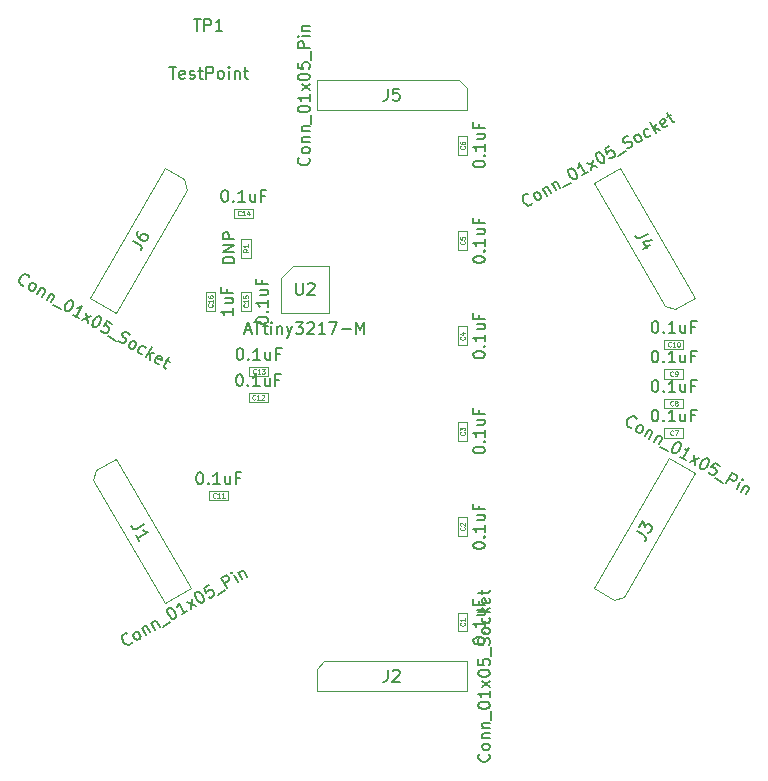
<source format=gbr>
%TF.GenerationSoftware,KiCad,Pcbnew,8.0.8*%
%TF.CreationDate,2025-04-07T13:28:21-04:00*%
%TF.ProjectId,pcb_tile_game_tile_aoa,7063625f-7469-46c6-955f-67616d655f74,1.0*%
%TF.SameCoordinates,Original*%
%TF.FileFunction,AssemblyDrawing,Top*%
%FSLAX46Y46*%
G04 Gerber Fmt 4.6, Leading zero omitted, Abs format (unit mm)*
G04 Created by KiCad (PCBNEW 8.0.8) date 2025-04-07 13:28:21*
%MOMM*%
%LPD*%
G01*
G04 APERTURE LIST*
%ADD10C,0.150000*%
%ADD11C,0.060000*%
%ADD12C,0.100000*%
G04 APERTURE END LIST*
D10*
X146944819Y-93570356D02*
X146944819Y-93475118D01*
X146944819Y-93475118D02*
X146992438Y-93379880D01*
X146992438Y-93379880D02*
X147040057Y-93332261D01*
X147040057Y-93332261D02*
X147135295Y-93284642D01*
X147135295Y-93284642D02*
X147325771Y-93237023D01*
X147325771Y-93237023D02*
X147563866Y-93237023D01*
X147563866Y-93237023D02*
X147754342Y-93284642D01*
X147754342Y-93284642D02*
X147849580Y-93332261D01*
X147849580Y-93332261D02*
X147897200Y-93379880D01*
X147897200Y-93379880D02*
X147944819Y-93475118D01*
X147944819Y-93475118D02*
X147944819Y-93570356D01*
X147944819Y-93570356D02*
X147897200Y-93665594D01*
X147897200Y-93665594D02*
X147849580Y-93713213D01*
X147849580Y-93713213D02*
X147754342Y-93760832D01*
X147754342Y-93760832D02*
X147563866Y-93808451D01*
X147563866Y-93808451D02*
X147325771Y-93808451D01*
X147325771Y-93808451D02*
X147135295Y-93760832D01*
X147135295Y-93760832D02*
X147040057Y-93713213D01*
X147040057Y-93713213D02*
X146992438Y-93665594D01*
X146992438Y-93665594D02*
X146944819Y-93570356D01*
X147849580Y-92808451D02*
X147897200Y-92760832D01*
X147897200Y-92760832D02*
X147944819Y-92808451D01*
X147944819Y-92808451D02*
X147897200Y-92856070D01*
X147897200Y-92856070D02*
X147849580Y-92808451D01*
X147849580Y-92808451D02*
X147944819Y-92808451D01*
X147944819Y-91808452D02*
X147944819Y-92379880D01*
X147944819Y-92094166D02*
X146944819Y-92094166D01*
X146944819Y-92094166D02*
X147087676Y-92189404D01*
X147087676Y-92189404D02*
X147182914Y-92284642D01*
X147182914Y-92284642D02*
X147230533Y-92379880D01*
X147278152Y-90951309D02*
X147944819Y-90951309D01*
X147278152Y-91379880D02*
X147801961Y-91379880D01*
X147801961Y-91379880D02*
X147897200Y-91332261D01*
X147897200Y-91332261D02*
X147944819Y-91237023D01*
X147944819Y-91237023D02*
X147944819Y-91094166D01*
X147944819Y-91094166D02*
X147897200Y-90998928D01*
X147897200Y-90998928D02*
X147849580Y-90951309D01*
X147421009Y-90141785D02*
X147421009Y-90475118D01*
X147944819Y-90475118D02*
X146944819Y-90475118D01*
X146944819Y-90475118D02*
X146944819Y-89998928D01*
D11*
X146203832Y-91994166D02*
X146222880Y-92013214D01*
X146222880Y-92013214D02*
X146241927Y-92070356D01*
X146241927Y-92070356D02*
X146241927Y-92108452D01*
X146241927Y-92108452D02*
X146222880Y-92165595D01*
X146222880Y-92165595D02*
X146184784Y-92203690D01*
X146184784Y-92203690D02*
X146146689Y-92222737D01*
X146146689Y-92222737D02*
X146070499Y-92241785D01*
X146070499Y-92241785D02*
X146013356Y-92241785D01*
X146013356Y-92241785D02*
X145937165Y-92222737D01*
X145937165Y-92222737D02*
X145899070Y-92203690D01*
X145899070Y-92203690D02*
X145860975Y-92165595D01*
X145860975Y-92165595D02*
X145841927Y-92108452D01*
X145841927Y-92108452D02*
X145841927Y-92070356D01*
X145841927Y-92070356D02*
X145860975Y-92013214D01*
X145860975Y-92013214D02*
X145880022Y-91994166D01*
X145880022Y-91841785D02*
X145860975Y-91822737D01*
X145860975Y-91822737D02*
X145841927Y-91784642D01*
X145841927Y-91784642D02*
X145841927Y-91689404D01*
X145841927Y-91689404D02*
X145860975Y-91651309D01*
X145860975Y-91651309D02*
X145880022Y-91632261D01*
X145880022Y-91632261D02*
X145918118Y-91613214D01*
X145918118Y-91613214D02*
X145956213Y-91613214D01*
X145956213Y-91613214D02*
X146013356Y-91632261D01*
X146013356Y-91632261D02*
X146241927Y-91860833D01*
X146241927Y-91860833D02*
X146241927Y-91613214D01*
D10*
X127154643Y-76824820D02*
X127249881Y-76824820D01*
X127249881Y-76824820D02*
X127345119Y-76872439D01*
X127345119Y-76872439D02*
X127392738Y-76920058D01*
X127392738Y-76920058D02*
X127440357Y-77015296D01*
X127440357Y-77015296D02*
X127487976Y-77205772D01*
X127487976Y-77205772D02*
X127487976Y-77443867D01*
X127487976Y-77443867D02*
X127440357Y-77634343D01*
X127440357Y-77634343D02*
X127392738Y-77729581D01*
X127392738Y-77729581D02*
X127345119Y-77777201D01*
X127345119Y-77777201D02*
X127249881Y-77824820D01*
X127249881Y-77824820D02*
X127154643Y-77824820D01*
X127154643Y-77824820D02*
X127059405Y-77777201D01*
X127059405Y-77777201D02*
X127011786Y-77729581D01*
X127011786Y-77729581D02*
X126964167Y-77634343D01*
X126964167Y-77634343D02*
X126916548Y-77443867D01*
X126916548Y-77443867D02*
X126916548Y-77205772D01*
X126916548Y-77205772D02*
X126964167Y-77015296D01*
X126964167Y-77015296D02*
X127011786Y-76920058D01*
X127011786Y-76920058D02*
X127059405Y-76872439D01*
X127059405Y-76872439D02*
X127154643Y-76824820D01*
X127916548Y-77729581D02*
X127964167Y-77777201D01*
X127964167Y-77777201D02*
X127916548Y-77824820D01*
X127916548Y-77824820D02*
X127868929Y-77777201D01*
X127868929Y-77777201D02*
X127916548Y-77729581D01*
X127916548Y-77729581D02*
X127916548Y-77824820D01*
X128916547Y-77824820D02*
X128345119Y-77824820D01*
X128630833Y-77824820D02*
X128630833Y-76824820D01*
X128630833Y-76824820D02*
X128535595Y-76967677D01*
X128535595Y-76967677D02*
X128440357Y-77062915D01*
X128440357Y-77062915D02*
X128345119Y-77110534D01*
X129773690Y-77158153D02*
X129773690Y-77824820D01*
X129345119Y-77158153D02*
X129345119Y-77681962D01*
X129345119Y-77681962D02*
X129392738Y-77777201D01*
X129392738Y-77777201D02*
X129487976Y-77824820D01*
X129487976Y-77824820D02*
X129630833Y-77824820D01*
X129630833Y-77824820D02*
X129726071Y-77777201D01*
X129726071Y-77777201D02*
X129773690Y-77729581D01*
X130583214Y-77301010D02*
X130249881Y-77301010D01*
X130249881Y-77824820D02*
X130249881Y-76824820D01*
X130249881Y-76824820D02*
X130726071Y-76824820D01*
D11*
X128540357Y-78943833D02*
X128521309Y-78962881D01*
X128521309Y-78962881D02*
X128464167Y-78981928D01*
X128464167Y-78981928D02*
X128426071Y-78981928D01*
X128426071Y-78981928D02*
X128368928Y-78962881D01*
X128368928Y-78962881D02*
X128330833Y-78924785D01*
X128330833Y-78924785D02*
X128311786Y-78886690D01*
X128311786Y-78886690D02*
X128292738Y-78810500D01*
X128292738Y-78810500D02*
X128292738Y-78753357D01*
X128292738Y-78753357D02*
X128311786Y-78677166D01*
X128311786Y-78677166D02*
X128330833Y-78639071D01*
X128330833Y-78639071D02*
X128368928Y-78600976D01*
X128368928Y-78600976D02*
X128426071Y-78581928D01*
X128426071Y-78581928D02*
X128464167Y-78581928D01*
X128464167Y-78581928D02*
X128521309Y-78600976D01*
X128521309Y-78600976D02*
X128540357Y-78620023D01*
X128921309Y-78981928D02*
X128692738Y-78981928D01*
X128807024Y-78981928D02*
X128807024Y-78581928D01*
X128807024Y-78581928D02*
X128768928Y-78639071D01*
X128768928Y-78639071D02*
X128730833Y-78677166D01*
X128730833Y-78677166D02*
X128692738Y-78696214D01*
X129054642Y-78581928D02*
X129302261Y-78581928D01*
X129302261Y-78581928D02*
X129168928Y-78734309D01*
X129168928Y-78734309D02*
X129226071Y-78734309D01*
X129226071Y-78734309D02*
X129264166Y-78753357D01*
X129264166Y-78753357D02*
X129283214Y-78772404D01*
X129283214Y-78772404D02*
X129302261Y-78810500D01*
X129302261Y-78810500D02*
X129302261Y-78905738D01*
X129302261Y-78905738D02*
X129283214Y-78943833D01*
X129283214Y-78943833D02*
X129264166Y-78962881D01*
X129264166Y-78962881D02*
X129226071Y-78981928D01*
X129226071Y-78981928D02*
X129111785Y-78981928D01*
X129111785Y-78981928D02*
X129073690Y-78962881D01*
X129073690Y-78962881D02*
X129054642Y-78943833D01*
D10*
X146944819Y-85497856D02*
X146944819Y-85402618D01*
X146944819Y-85402618D02*
X146992438Y-85307380D01*
X146992438Y-85307380D02*
X147040057Y-85259761D01*
X147040057Y-85259761D02*
X147135295Y-85212142D01*
X147135295Y-85212142D02*
X147325771Y-85164523D01*
X147325771Y-85164523D02*
X147563866Y-85164523D01*
X147563866Y-85164523D02*
X147754342Y-85212142D01*
X147754342Y-85212142D02*
X147849580Y-85259761D01*
X147849580Y-85259761D02*
X147897200Y-85307380D01*
X147897200Y-85307380D02*
X147944819Y-85402618D01*
X147944819Y-85402618D02*
X147944819Y-85497856D01*
X147944819Y-85497856D02*
X147897200Y-85593094D01*
X147897200Y-85593094D02*
X147849580Y-85640713D01*
X147849580Y-85640713D02*
X147754342Y-85688332D01*
X147754342Y-85688332D02*
X147563866Y-85735951D01*
X147563866Y-85735951D02*
X147325771Y-85735951D01*
X147325771Y-85735951D02*
X147135295Y-85688332D01*
X147135295Y-85688332D02*
X147040057Y-85640713D01*
X147040057Y-85640713D02*
X146992438Y-85593094D01*
X146992438Y-85593094D02*
X146944819Y-85497856D01*
X147849580Y-84735951D02*
X147897200Y-84688332D01*
X147897200Y-84688332D02*
X147944819Y-84735951D01*
X147944819Y-84735951D02*
X147897200Y-84783570D01*
X147897200Y-84783570D02*
X147849580Y-84735951D01*
X147849580Y-84735951D02*
X147944819Y-84735951D01*
X147944819Y-83735952D02*
X147944819Y-84307380D01*
X147944819Y-84021666D02*
X146944819Y-84021666D01*
X146944819Y-84021666D02*
X147087676Y-84116904D01*
X147087676Y-84116904D02*
X147182914Y-84212142D01*
X147182914Y-84212142D02*
X147230533Y-84307380D01*
X147278152Y-82878809D02*
X147944819Y-82878809D01*
X147278152Y-83307380D02*
X147801961Y-83307380D01*
X147801961Y-83307380D02*
X147897200Y-83259761D01*
X147897200Y-83259761D02*
X147944819Y-83164523D01*
X147944819Y-83164523D02*
X147944819Y-83021666D01*
X147944819Y-83021666D02*
X147897200Y-82926428D01*
X147897200Y-82926428D02*
X147849580Y-82878809D01*
X147421009Y-82069285D02*
X147421009Y-82402618D01*
X147944819Y-82402618D02*
X146944819Y-82402618D01*
X146944819Y-82402618D02*
X146944819Y-81926428D01*
D11*
X146203832Y-83921666D02*
X146222880Y-83940714D01*
X146222880Y-83940714D02*
X146241927Y-83997856D01*
X146241927Y-83997856D02*
X146241927Y-84035952D01*
X146241927Y-84035952D02*
X146222880Y-84093095D01*
X146222880Y-84093095D02*
X146184784Y-84131190D01*
X146184784Y-84131190D02*
X146146689Y-84150237D01*
X146146689Y-84150237D02*
X146070499Y-84169285D01*
X146070499Y-84169285D02*
X146013356Y-84169285D01*
X146013356Y-84169285D02*
X145937165Y-84150237D01*
X145937165Y-84150237D02*
X145899070Y-84131190D01*
X145899070Y-84131190D02*
X145860975Y-84093095D01*
X145860975Y-84093095D02*
X145841927Y-84035952D01*
X145841927Y-84035952D02*
X145841927Y-83997856D01*
X145841927Y-83997856D02*
X145860975Y-83940714D01*
X145860975Y-83940714D02*
X145880022Y-83921666D01*
X145841927Y-83788333D02*
X145841927Y-83540714D01*
X145841927Y-83540714D02*
X145994308Y-83674047D01*
X145994308Y-83674047D02*
X145994308Y-83616904D01*
X145994308Y-83616904D02*
X146013356Y-83578809D01*
X146013356Y-83578809D02*
X146032403Y-83559761D01*
X146032403Y-83559761D02*
X146070499Y-83540714D01*
X146070499Y-83540714D02*
X146165737Y-83540714D01*
X146165737Y-83540714D02*
X146203832Y-83559761D01*
X146203832Y-83559761D02*
X146222880Y-83578809D01*
X146222880Y-83578809D02*
X146241927Y-83616904D01*
X146241927Y-83616904D02*
X146241927Y-83731190D01*
X146241927Y-83731190D02*
X146222880Y-83769285D01*
X146222880Y-83769285D02*
X146203832Y-83788333D01*
D10*
X148269580Y-111195239D02*
X148317200Y-111242858D01*
X148317200Y-111242858D02*
X148364819Y-111385715D01*
X148364819Y-111385715D02*
X148364819Y-111480953D01*
X148364819Y-111480953D02*
X148317200Y-111623810D01*
X148317200Y-111623810D02*
X148221961Y-111719048D01*
X148221961Y-111719048D02*
X148126723Y-111766667D01*
X148126723Y-111766667D02*
X147936247Y-111814286D01*
X147936247Y-111814286D02*
X147793390Y-111814286D01*
X147793390Y-111814286D02*
X147602914Y-111766667D01*
X147602914Y-111766667D02*
X147507676Y-111719048D01*
X147507676Y-111719048D02*
X147412438Y-111623810D01*
X147412438Y-111623810D02*
X147364819Y-111480953D01*
X147364819Y-111480953D02*
X147364819Y-111385715D01*
X147364819Y-111385715D02*
X147412438Y-111242858D01*
X147412438Y-111242858D02*
X147460057Y-111195239D01*
X148364819Y-110623810D02*
X148317200Y-110719048D01*
X148317200Y-110719048D02*
X148269580Y-110766667D01*
X148269580Y-110766667D02*
X148174342Y-110814286D01*
X148174342Y-110814286D02*
X147888628Y-110814286D01*
X147888628Y-110814286D02*
X147793390Y-110766667D01*
X147793390Y-110766667D02*
X147745771Y-110719048D01*
X147745771Y-110719048D02*
X147698152Y-110623810D01*
X147698152Y-110623810D02*
X147698152Y-110480953D01*
X147698152Y-110480953D02*
X147745771Y-110385715D01*
X147745771Y-110385715D02*
X147793390Y-110338096D01*
X147793390Y-110338096D02*
X147888628Y-110290477D01*
X147888628Y-110290477D02*
X148174342Y-110290477D01*
X148174342Y-110290477D02*
X148269580Y-110338096D01*
X148269580Y-110338096D02*
X148317200Y-110385715D01*
X148317200Y-110385715D02*
X148364819Y-110480953D01*
X148364819Y-110480953D02*
X148364819Y-110623810D01*
X147698152Y-109861905D02*
X148364819Y-109861905D01*
X147793390Y-109861905D02*
X147745771Y-109814286D01*
X147745771Y-109814286D02*
X147698152Y-109719048D01*
X147698152Y-109719048D02*
X147698152Y-109576191D01*
X147698152Y-109576191D02*
X147745771Y-109480953D01*
X147745771Y-109480953D02*
X147841009Y-109433334D01*
X147841009Y-109433334D02*
X148364819Y-109433334D01*
X147698152Y-108957143D02*
X148364819Y-108957143D01*
X147793390Y-108957143D02*
X147745771Y-108909524D01*
X147745771Y-108909524D02*
X147698152Y-108814286D01*
X147698152Y-108814286D02*
X147698152Y-108671429D01*
X147698152Y-108671429D02*
X147745771Y-108576191D01*
X147745771Y-108576191D02*
X147841009Y-108528572D01*
X147841009Y-108528572D02*
X148364819Y-108528572D01*
X148460057Y-108290477D02*
X148460057Y-107528572D01*
X147364819Y-107100000D02*
X147364819Y-107004762D01*
X147364819Y-107004762D02*
X147412438Y-106909524D01*
X147412438Y-106909524D02*
X147460057Y-106861905D01*
X147460057Y-106861905D02*
X147555295Y-106814286D01*
X147555295Y-106814286D02*
X147745771Y-106766667D01*
X147745771Y-106766667D02*
X147983866Y-106766667D01*
X147983866Y-106766667D02*
X148174342Y-106814286D01*
X148174342Y-106814286D02*
X148269580Y-106861905D01*
X148269580Y-106861905D02*
X148317200Y-106909524D01*
X148317200Y-106909524D02*
X148364819Y-107004762D01*
X148364819Y-107004762D02*
X148364819Y-107100000D01*
X148364819Y-107100000D02*
X148317200Y-107195238D01*
X148317200Y-107195238D02*
X148269580Y-107242857D01*
X148269580Y-107242857D02*
X148174342Y-107290476D01*
X148174342Y-107290476D02*
X147983866Y-107338095D01*
X147983866Y-107338095D02*
X147745771Y-107338095D01*
X147745771Y-107338095D02*
X147555295Y-107290476D01*
X147555295Y-107290476D02*
X147460057Y-107242857D01*
X147460057Y-107242857D02*
X147412438Y-107195238D01*
X147412438Y-107195238D02*
X147364819Y-107100000D01*
X148364819Y-105814286D02*
X148364819Y-106385714D01*
X148364819Y-106100000D02*
X147364819Y-106100000D01*
X147364819Y-106100000D02*
X147507676Y-106195238D01*
X147507676Y-106195238D02*
X147602914Y-106290476D01*
X147602914Y-106290476D02*
X147650533Y-106385714D01*
X148364819Y-105480952D02*
X147698152Y-104957143D01*
X147698152Y-105480952D02*
X148364819Y-104957143D01*
X147364819Y-104385714D02*
X147364819Y-104290476D01*
X147364819Y-104290476D02*
X147412438Y-104195238D01*
X147412438Y-104195238D02*
X147460057Y-104147619D01*
X147460057Y-104147619D02*
X147555295Y-104100000D01*
X147555295Y-104100000D02*
X147745771Y-104052381D01*
X147745771Y-104052381D02*
X147983866Y-104052381D01*
X147983866Y-104052381D02*
X148174342Y-104100000D01*
X148174342Y-104100000D02*
X148269580Y-104147619D01*
X148269580Y-104147619D02*
X148317200Y-104195238D01*
X148317200Y-104195238D02*
X148364819Y-104290476D01*
X148364819Y-104290476D02*
X148364819Y-104385714D01*
X148364819Y-104385714D02*
X148317200Y-104480952D01*
X148317200Y-104480952D02*
X148269580Y-104528571D01*
X148269580Y-104528571D02*
X148174342Y-104576190D01*
X148174342Y-104576190D02*
X147983866Y-104623809D01*
X147983866Y-104623809D02*
X147745771Y-104623809D01*
X147745771Y-104623809D02*
X147555295Y-104576190D01*
X147555295Y-104576190D02*
X147460057Y-104528571D01*
X147460057Y-104528571D02*
X147412438Y-104480952D01*
X147412438Y-104480952D02*
X147364819Y-104385714D01*
X147364819Y-103147619D02*
X147364819Y-103623809D01*
X147364819Y-103623809D02*
X147841009Y-103671428D01*
X147841009Y-103671428D02*
X147793390Y-103623809D01*
X147793390Y-103623809D02*
X147745771Y-103528571D01*
X147745771Y-103528571D02*
X147745771Y-103290476D01*
X147745771Y-103290476D02*
X147793390Y-103195238D01*
X147793390Y-103195238D02*
X147841009Y-103147619D01*
X147841009Y-103147619D02*
X147936247Y-103100000D01*
X147936247Y-103100000D02*
X148174342Y-103100000D01*
X148174342Y-103100000D02*
X148269580Y-103147619D01*
X148269580Y-103147619D02*
X148317200Y-103195238D01*
X148317200Y-103195238D02*
X148364819Y-103290476D01*
X148364819Y-103290476D02*
X148364819Y-103528571D01*
X148364819Y-103528571D02*
X148317200Y-103623809D01*
X148317200Y-103623809D02*
X148269580Y-103671428D01*
X148460057Y-102909524D02*
X148460057Y-102147619D01*
X148317200Y-101957142D02*
X148364819Y-101814285D01*
X148364819Y-101814285D02*
X148364819Y-101576190D01*
X148364819Y-101576190D02*
X148317200Y-101480952D01*
X148317200Y-101480952D02*
X148269580Y-101433333D01*
X148269580Y-101433333D02*
X148174342Y-101385714D01*
X148174342Y-101385714D02*
X148079104Y-101385714D01*
X148079104Y-101385714D02*
X147983866Y-101433333D01*
X147983866Y-101433333D02*
X147936247Y-101480952D01*
X147936247Y-101480952D02*
X147888628Y-101576190D01*
X147888628Y-101576190D02*
X147841009Y-101766666D01*
X147841009Y-101766666D02*
X147793390Y-101861904D01*
X147793390Y-101861904D02*
X147745771Y-101909523D01*
X147745771Y-101909523D02*
X147650533Y-101957142D01*
X147650533Y-101957142D02*
X147555295Y-101957142D01*
X147555295Y-101957142D02*
X147460057Y-101909523D01*
X147460057Y-101909523D02*
X147412438Y-101861904D01*
X147412438Y-101861904D02*
X147364819Y-101766666D01*
X147364819Y-101766666D02*
X147364819Y-101528571D01*
X147364819Y-101528571D02*
X147412438Y-101385714D01*
X148364819Y-100814285D02*
X148317200Y-100909523D01*
X148317200Y-100909523D02*
X148269580Y-100957142D01*
X148269580Y-100957142D02*
X148174342Y-101004761D01*
X148174342Y-101004761D02*
X147888628Y-101004761D01*
X147888628Y-101004761D02*
X147793390Y-100957142D01*
X147793390Y-100957142D02*
X147745771Y-100909523D01*
X147745771Y-100909523D02*
X147698152Y-100814285D01*
X147698152Y-100814285D02*
X147698152Y-100671428D01*
X147698152Y-100671428D02*
X147745771Y-100576190D01*
X147745771Y-100576190D02*
X147793390Y-100528571D01*
X147793390Y-100528571D02*
X147888628Y-100480952D01*
X147888628Y-100480952D02*
X148174342Y-100480952D01*
X148174342Y-100480952D02*
X148269580Y-100528571D01*
X148269580Y-100528571D02*
X148317200Y-100576190D01*
X148317200Y-100576190D02*
X148364819Y-100671428D01*
X148364819Y-100671428D02*
X148364819Y-100814285D01*
X148317200Y-99623809D02*
X148364819Y-99719047D01*
X148364819Y-99719047D02*
X148364819Y-99909523D01*
X148364819Y-99909523D02*
X148317200Y-100004761D01*
X148317200Y-100004761D02*
X148269580Y-100052380D01*
X148269580Y-100052380D02*
X148174342Y-100099999D01*
X148174342Y-100099999D02*
X147888628Y-100099999D01*
X147888628Y-100099999D02*
X147793390Y-100052380D01*
X147793390Y-100052380D02*
X147745771Y-100004761D01*
X147745771Y-100004761D02*
X147698152Y-99909523D01*
X147698152Y-99909523D02*
X147698152Y-99719047D01*
X147698152Y-99719047D02*
X147745771Y-99623809D01*
X148364819Y-99195237D02*
X147364819Y-99195237D01*
X147983866Y-99099999D02*
X148364819Y-98814285D01*
X147698152Y-98814285D02*
X148079104Y-99195237D01*
X148317200Y-98004761D02*
X148364819Y-98099999D01*
X148364819Y-98099999D02*
X148364819Y-98290475D01*
X148364819Y-98290475D02*
X148317200Y-98385713D01*
X148317200Y-98385713D02*
X148221961Y-98433332D01*
X148221961Y-98433332D02*
X147841009Y-98433332D01*
X147841009Y-98433332D02*
X147745771Y-98385713D01*
X147745771Y-98385713D02*
X147698152Y-98290475D01*
X147698152Y-98290475D02*
X147698152Y-98099999D01*
X147698152Y-98099999D02*
X147745771Y-98004761D01*
X147745771Y-98004761D02*
X147841009Y-97957142D01*
X147841009Y-97957142D02*
X147936247Y-97957142D01*
X147936247Y-97957142D02*
X148031485Y-98433332D01*
X147698152Y-97671427D02*
X147698152Y-97290475D01*
X147364819Y-97528570D02*
X148221961Y-97528570D01*
X148221961Y-97528570D02*
X148317200Y-97480951D01*
X148317200Y-97480951D02*
X148364819Y-97385713D01*
X148364819Y-97385713D02*
X148364819Y-97290475D01*
X139726666Y-104054819D02*
X139726666Y-104769104D01*
X139726666Y-104769104D02*
X139679047Y-104911961D01*
X139679047Y-104911961D02*
X139583809Y-105007200D01*
X139583809Y-105007200D02*
X139440952Y-105054819D01*
X139440952Y-105054819D02*
X139345714Y-105054819D01*
X140155238Y-104150057D02*
X140202857Y-104102438D01*
X140202857Y-104102438D02*
X140298095Y-104054819D01*
X140298095Y-104054819D02*
X140536190Y-104054819D01*
X140536190Y-104054819D02*
X140631428Y-104102438D01*
X140631428Y-104102438D02*
X140679047Y-104150057D01*
X140679047Y-104150057D02*
X140726666Y-104245295D01*
X140726666Y-104245295D02*
X140726666Y-104340533D01*
X140726666Y-104340533D02*
X140679047Y-104483390D01*
X140679047Y-104483390D02*
X140107619Y-105054819D01*
X140107619Y-105054819D02*
X140726666Y-105054819D01*
X126734819Y-69635713D02*
X125734819Y-69635713D01*
X125734819Y-69635713D02*
X125734819Y-69397618D01*
X125734819Y-69397618D02*
X125782438Y-69254761D01*
X125782438Y-69254761D02*
X125877676Y-69159523D01*
X125877676Y-69159523D02*
X125972914Y-69111904D01*
X125972914Y-69111904D02*
X126163390Y-69064285D01*
X126163390Y-69064285D02*
X126306247Y-69064285D01*
X126306247Y-69064285D02*
X126496723Y-69111904D01*
X126496723Y-69111904D02*
X126591961Y-69159523D01*
X126591961Y-69159523D02*
X126687200Y-69254761D01*
X126687200Y-69254761D02*
X126734819Y-69397618D01*
X126734819Y-69397618D02*
X126734819Y-69635713D01*
X126734819Y-68635713D02*
X125734819Y-68635713D01*
X125734819Y-68635713D02*
X126734819Y-68064285D01*
X126734819Y-68064285D02*
X125734819Y-68064285D01*
X126734819Y-67588094D02*
X125734819Y-67588094D01*
X125734819Y-67588094D02*
X125734819Y-67207142D01*
X125734819Y-67207142D02*
X125782438Y-67111904D01*
X125782438Y-67111904D02*
X125830057Y-67064285D01*
X125830057Y-67064285D02*
X125925295Y-67016666D01*
X125925295Y-67016666D02*
X126068152Y-67016666D01*
X126068152Y-67016666D02*
X126163390Y-67064285D01*
X126163390Y-67064285D02*
X126211009Y-67111904D01*
X126211009Y-67111904D02*
X126258628Y-67207142D01*
X126258628Y-67207142D02*
X126258628Y-67588094D01*
D11*
X127891927Y-68416666D02*
X127701451Y-68549999D01*
X127891927Y-68645237D02*
X127491927Y-68645237D01*
X127491927Y-68645237D02*
X127491927Y-68492856D01*
X127491927Y-68492856D02*
X127510975Y-68454761D01*
X127510975Y-68454761D02*
X127530022Y-68435714D01*
X127530022Y-68435714D02*
X127568118Y-68416666D01*
X127568118Y-68416666D02*
X127625260Y-68416666D01*
X127625260Y-68416666D02*
X127663356Y-68435714D01*
X127663356Y-68435714D02*
X127682403Y-68454761D01*
X127682403Y-68454761D02*
X127701451Y-68492856D01*
X127701451Y-68492856D02*
X127701451Y-68645237D01*
X127891927Y-68035714D02*
X127891927Y-68264285D01*
X127891927Y-68149999D02*
X127491927Y-68149999D01*
X127491927Y-68149999D02*
X127549070Y-68188095D01*
X127549070Y-68188095D02*
X127587165Y-68226190D01*
X127587165Y-68226190D02*
X127606213Y-68264285D01*
D10*
X162304643Y-74524819D02*
X162399881Y-74524819D01*
X162399881Y-74524819D02*
X162495119Y-74572438D01*
X162495119Y-74572438D02*
X162542738Y-74620057D01*
X162542738Y-74620057D02*
X162590357Y-74715295D01*
X162590357Y-74715295D02*
X162637976Y-74905771D01*
X162637976Y-74905771D02*
X162637976Y-75143866D01*
X162637976Y-75143866D02*
X162590357Y-75334342D01*
X162590357Y-75334342D02*
X162542738Y-75429580D01*
X162542738Y-75429580D02*
X162495119Y-75477200D01*
X162495119Y-75477200D02*
X162399881Y-75524819D01*
X162399881Y-75524819D02*
X162304643Y-75524819D01*
X162304643Y-75524819D02*
X162209405Y-75477200D01*
X162209405Y-75477200D02*
X162161786Y-75429580D01*
X162161786Y-75429580D02*
X162114167Y-75334342D01*
X162114167Y-75334342D02*
X162066548Y-75143866D01*
X162066548Y-75143866D02*
X162066548Y-74905771D01*
X162066548Y-74905771D02*
X162114167Y-74715295D01*
X162114167Y-74715295D02*
X162161786Y-74620057D01*
X162161786Y-74620057D02*
X162209405Y-74572438D01*
X162209405Y-74572438D02*
X162304643Y-74524819D01*
X163066548Y-75429580D02*
X163114167Y-75477200D01*
X163114167Y-75477200D02*
X163066548Y-75524819D01*
X163066548Y-75524819D02*
X163018929Y-75477200D01*
X163018929Y-75477200D02*
X163066548Y-75429580D01*
X163066548Y-75429580D02*
X163066548Y-75524819D01*
X164066547Y-75524819D02*
X163495119Y-75524819D01*
X163780833Y-75524819D02*
X163780833Y-74524819D01*
X163780833Y-74524819D02*
X163685595Y-74667676D01*
X163685595Y-74667676D02*
X163590357Y-74762914D01*
X163590357Y-74762914D02*
X163495119Y-74810533D01*
X164923690Y-74858152D02*
X164923690Y-75524819D01*
X164495119Y-74858152D02*
X164495119Y-75381961D01*
X164495119Y-75381961D02*
X164542738Y-75477200D01*
X164542738Y-75477200D02*
X164637976Y-75524819D01*
X164637976Y-75524819D02*
X164780833Y-75524819D01*
X164780833Y-75524819D02*
X164876071Y-75477200D01*
X164876071Y-75477200D02*
X164923690Y-75429580D01*
X165733214Y-75001009D02*
X165399881Y-75001009D01*
X165399881Y-75524819D02*
X165399881Y-74524819D01*
X165399881Y-74524819D02*
X165876071Y-74524819D01*
D11*
X163690357Y-76643832D02*
X163671309Y-76662880D01*
X163671309Y-76662880D02*
X163614167Y-76681927D01*
X163614167Y-76681927D02*
X163576071Y-76681927D01*
X163576071Y-76681927D02*
X163518928Y-76662880D01*
X163518928Y-76662880D02*
X163480833Y-76624784D01*
X163480833Y-76624784D02*
X163461786Y-76586689D01*
X163461786Y-76586689D02*
X163442738Y-76510499D01*
X163442738Y-76510499D02*
X163442738Y-76453356D01*
X163442738Y-76453356D02*
X163461786Y-76377165D01*
X163461786Y-76377165D02*
X163480833Y-76339070D01*
X163480833Y-76339070D02*
X163518928Y-76300975D01*
X163518928Y-76300975D02*
X163576071Y-76281927D01*
X163576071Y-76281927D02*
X163614167Y-76281927D01*
X163614167Y-76281927D02*
X163671309Y-76300975D01*
X163671309Y-76300975D02*
X163690357Y-76320022D01*
X164071309Y-76681927D02*
X163842738Y-76681927D01*
X163957024Y-76681927D02*
X163957024Y-76281927D01*
X163957024Y-76281927D02*
X163918928Y-76339070D01*
X163918928Y-76339070D02*
X163880833Y-76377165D01*
X163880833Y-76377165D02*
X163842738Y-76396213D01*
X164318928Y-76281927D02*
X164357023Y-76281927D01*
X164357023Y-76281927D02*
X164395119Y-76300975D01*
X164395119Y-76300975D02*
X164414166Y-76320022D01*
X164414166Y-76320022D02*
X164433214Y-76358118D01*
X164433214Y-76358118D02*
X164452261Y-76434308D01*
X164452261Y-76434308D02*
X164452261Y-76529546D01*
X164452261Y-76529546D02*
X164433214Y-76605737D01*
X164433214Y-76605737D02*
X164414166Y-76643832D01*
X164414166Y-76643832D02*
X164395119Y-76662880D01*
X164395119Y-76662880D02*
X164357023Y-76681927D01*
X164357023Y-76681927D02*
X164318928Y-76681927D01*
X164318928Y-76681927D02*
X164280833Y-76662880D01*
X164280833Y-76662880D02*
X164261785Y-76643832D01*
X164261785Y-76643832D02*
X164242738Y-76605737D01*
X164242738Y-76605737D02*
X164223690Y-76529546D01*
X164223690Y-76529546D02*
X164223690Y-76434308D01*
X164223690Y-76434308D02*
X164242738Y-76358118D01*
X164242738Y-76358118D02*
X164261785Y-76320022D01*
X164261785Y-76320022D02*
X164280833Y-76300975D01*
X164280833Y-76300975D02*
X164318928Y-76281927D01*
D10*
X128594819Y-74492856D02*
X128594819Y-74397618D01*
X128594819Y-74397618D02*
X128642438Y-74302380D01*
X128642438Y-74302380D02*
X128690057Y-74254761D01*
X128690057Y-74254761D02*
X128785295Y-74207142D01*
X128785295Y-74207142D02*
X128975771Y-74159523D01*
X128975771Y-74159523D02*
X129213866Y-74159523D01*
X129213866Y-74159523D02*
X129404342Y-74207142D01*
X129404342Y-74207142D02*
X129499580Y-74254761D01*
X129499580Y-74254761D02*
X129547200Y-74302380D01*
X129547200Y-74302380D02*
X129594819Y-74397618D01*
X129594819Y-74397618D02*
X129594819Y-74492856D01*
X129594819Y-74492856D02*
X129547200Y-74588094D01*
X129547200Y-74588094D02*
X129499580Y-74635713D01*
X129499580Y-74635713D02*
X129404342Y-74683332D01*
X129404342Y-74683332D02*
X129213866Y-74730951D01*
X129213866Y-74730951D02*
X128975771Y-74730951D01*
X128975771Y-74730951D02*
X128785295Y-74683332D01*
X128785295Y-74683332D02*
X128690057Y-74635713D01*
X128690057Y-74635713D02*
X128642438Y-74588094D01*
X128642438Y-74588094D02*
X128594819Y-74492856D01*
X129499580Y-73730951D02*
X129547200Y-73683332D01*
X129547200Y-73683332D02*
X129594819Y-73730951D01*
X129594819Y-73730951D02*
X129547200Y-73778570D01*
X129547200Y-73778570D02*
X129499580Y-73730951D01*
X129499580Y-73730951D02*
X129594819Y-73730951D01*
X129594819Y-72730952D02*
X129594819Y-73302380D01*
X129594819Y-73016666D02*
X128594819Y-73016666D01*
X128594819Y-73016666D02*
X128737676Y-73111904D01*
X128737676Y-73111904D02*
X128832914Y-73207142D01*
X128832914Y-73207142D02*
X128880533Y-73302380D01*
X128928152Y-71873809D02*
X129594819Y-71873809D01*
X128928152Y-72302380D02*
X129451961Y-72302380D01*
X129451961Y-72302380D02*
X129547200Y-72254761D01*
X129547200Y-72254761D02*
X129594819Y-72159523D01*
X129594819Y-72159523D02*
X129594819Y-72016666D01*
X129594819Y-72016666D02*
X129547200Y-71921428D01*
X129547200Y-71921428D02*
X129499580Y-71873809D01*
X129071009Y-71064285D02*
X129071009Y-71397618D01*
X129594819Y-71397618D02*
X128594819Y-71397618D01*
X128594819Y-71397618D02*
X128594819Y-70921428D01*
D11*
X127853832Y-73107142D02*
X127872880Y-73126190D01*
X127872880Y-73126190D02*
X127891927Y-73183332D01*
X127891927Y-73183332D02*
X127891927Y-73221428D01*
X127891927Y-73221428D02*
X127872880Y-73278571D01*
X127872880Y-73278571D02*
X127834784Y-73316666D01*
X127834784Y-73316666D02*
X127796689Y-73335713D01*
X127796689Y-73335713D02*
X127720499Y-73354761D01*
X127720499Y-73354761D02*
X127663356Y-73354761D01*
X127663356Y-73354761D02*
X127587165Y-73335713D01*
X127587165Y-73335713D02*
X127549070Y-73316666D01*
X127549070Y-73316666D02*
X127510975Y-73278571D01*
X127510975Y-73278571D02*
X127491927Y-73221428D01*
X127491927Y-73221428D02*
X127491927Y-73183332D01*
X127491927Y-73183332D02*
X127510975Y-73126190D01*
X127510975Y-73126190D02*
X127530022Y-73107142D01*
X127891927Y-72726190D02*
X127891927Y-72954761D01*
X127891927Y-72840475D02*
X127491927Y-72840475D01*
X127491927Y-72840475D02*
X127549070Y-72878571D01*
X127549070Y-72878571D02*
X127587165Y-72916666D01*
X127587165Y-72916666D02*
X127606213Y-72954761D01*
X127491927Y-72364285D02*
X127491927Y-72554761D01*
X127491927Y-72554761D02*
X127682403Y-72573809D01*
X127682403Y-72573809D02*
X127663356Y-72554761D01*
X127663356Y-72554761D02*
X127644308Y-72516666D01*
X127644308Y-72516666D02*
X127644308Y-72421428D01*
X127644308Y-72421428D02*
X127663356Y-72383333D01*
X127663356Y-72383333D02*
X127682403Y-72364285D01*
X127682403Y-72364285D02*
X127720499Y-72345238D01*
X127720499Y-72345238D02*
X127815737Y-72345238D01*
X127815737Y-72345238D02*
X127853832Y-72364285D01*
X127853832Y-72364285D02*
X127872880Y-72383333D01*
X127872880Y-72383333D02*
X127891927Y-72421428D01*
X127891927Y-72421428D02*
X127891927Y-72516666D01*
X127891927Y-72516666D02*
X127872880Y-72554761D01*
X127872880Y-72554761D02*
X127853832Y-72573809D01*
D10*
X146944819Y-69352856D02*
X146944819Y-69257618D01*
X146944819Y-69257618D02*
X146992438Y-69162380D01*
X146992438Y-69162380D02*
X147040057Y-69114761D01*
X147040057Y-69114761D02*
X147135295Y-69067142D01*
X147135295Y-69067142D02*
X147325771Y-69019523D01*
X147325771Y-69019523D02*
X147563866Y-69019523D01*
X147563866Y-69019523D02*
X147754342Y-69067142D01*
X147754342Y-69067142D02*
X147849580Y-69114761D01*
X147849580Y-69114761D02*
X147897200Y-69162380D01*
X147897200Y-69162380D02*
X147944819Y-69257618D01*
X147944819Y-69257618D02*
X147944819Y-69352856D01*
X147944819Y-69352856D02*
X147897200Y-69448094D01*
X147897200Y-69448094D02*
X147849580Y-69495713D01*
X147849580Y-69495713D02*
X147754342Y-69543332D01*
X147754342Y-69543332D02*
X147563866Y-69590951D01*
X147563866Y-69590951D02*
X147325771Y-69590951D01*
X147325771Y-69590951D02*
X147135295Y-69543332D01*
X147135295Y-69543332D02*
X147040057Y-69495713D01*
X147040057Y-69495713D02*
X146992438Y-69448094D01*
X146992438Y-69448094D02*
X146944819Y-69352856D01*
X147849580Y-68590951D02*
X147897200Y-68543332D01*
X147897200Y-68543332D02*
X147944819Y-68590951D01*
X147944819Y-68590951D02*
X147897200Y-68638570D01*
X147897200Y-68638570D02*
X147849580Y-68590951D01*
X147849580Y-68590951D02*
X147944819Y-68590951D01*
X147944819Y-67590952D02*
X147944819Y-68162380D01*
X147944819Y-67876666D02*
X146944819Y-67876666D01*
X146944819Y-67876666D02*
X147087676Y-67971904D01*
X147087676Y-67971904D02*
X147182914Y-68067142D01*
X147182914Y-68067142D02*
X147230533Y-68162380D01*
X147278152Y-66733809D02*
X147944819Y-66733809D01*
X147278152Y-67162380D02*
X147801961Y-67162380D01*
X147801961Y-67162380D02*
X147897200Y-67114761D01*
X147897200Y-67114761D02*
X147944819Y-67019523D01*
X147944819Y-67019523D02*
X147944819Y-66876666D01*
X147944819Y-66876666D02*
X147897200Y-66781428D01*
X147897200Y-66781428D02*
X147849580Y-66733809D01*
X147421009Y-65924285D02*
X147421009Y-66257618D01*
X147944819Y-66257618D02*
X146944819Y-66257618D01*
X146944819Y-66257618D02*
X146944819Y-65781428D01*
D11*
X146203832Y-67776666D02*
X146222880Y-67795714D01*
X146222880Y-67795714D02*
X146241927Y-67852856D01*
X146241927Y-67852856D02*
X146241927Y-67890952D01*
X146241927Y-67890952D02*
X146222880Y-67948095D01*
X146222880Y-67948095D02*
X146184784Y-67986190D01*
X146184784Y-67986190D02*
X146146689Y-68005237D01*
X146146689Y-68005237D02*
X146070499Y-68024285D01*
X146070499Y-68024285D02*
X146013356Y-68024285D01*
X146013356Y-68024285D02*
X145937165Y-68005237D01*
X145937165Y-68005237D02*
X145899070Y-67986190D01*
X145899070Y-67986190D02*
X145860975Y-67948095D01*
X145860975Y-67948095D02*
X145841927Y-67890952D01*
X145841927Y-67890952D02*
X145841927Y-67852856D01*
X145841927Y-67852856D02*
X145860975Y-67795714D01*
X145860975Y-67795714D02*
X145880022Y-67776666D01*
X145841927Y-67414761D02*
X145841927Y-67605237D01*
X145841927Y-67605237D02*
X146032403Y-67624285D01*
X146032403Y-67624285D02*
X146013356Y-67605237D01*
X146013356Y-67605237D02*
X145994308Y-67567142D01*
X145994308Y-67567142D02*
X145994308Y-67471904D01*
X145994308Y-67471904D02*
X146013356Y-67433809D01*
X146013356Y-67433809D02*
X146032403Y-67414761D01*
X146032403Y-67414761D02*
X146070499Y-67395714D01*
X146070499Y-67395714D02*
X146165737Y-67395714D01*
X146165737Y-67395714D02*
X146203832Y-67414761D01*
X146203832Y-67414761D02*
X146222880Y-67433809D01*
X146222880Y-67433809D02*
X146241927Y-67471904D01*
X146241927Y-67471904D02*
X146241927Y-67567142D01*
X146241927Y-67567142D02*
X146222880Y-67605237D01*
X146222880Y-67605237D02*
X146203832Y-67624285D01*
D10*
X162304643Y-79524819D02*
X162399881Y-79524819D01*
X162399881Y-79524819D02*
X162495119Y-79572438D01*
X162495119Y-79572438D02*
X162542738Y-79620057D01*
X162542738Y-79620057D02*
X162590357Y-79715295D01*
X162590357Y-79715295D02*
X162637976Y-79905771D01*
X162637976Y-79905771D02*
X162637976Y-80143866D01*
X162637976Y-80143866D02*
X162590357Y-80334342D01*
X162590357Y-80334342D02*
X162542738Y-80429580D01*
X162542738Y-80429580D02*
X162495119Y-80477200D01*
X162495119Y-80477200D02*
X162399881Y-80524819D01*
X162399881Y-80524819D02*
X162304643Y-80524819D01*
X162304643Y-80524819D02*
X162209405Y-80477200D01*
X162209405Y-80477200D02*
X162161786Y-80429580D01*
X162161786Y-80429580D02*
X162114167Y-80334342D01*
X162114167Y-80334342D02*
X162066548Y-80143866D01*
X162066548Y-80143866D02*
X162066548Y-79905771D01*
X162066548Y-79905771D02*
X162114167Y-79715295D01*
X162114167Y-79715295D02*
X162161786Y-79620057D01*
X162161786Y-79620057D02*
X162209405Y-79572438D01*
X162209405Y-79572438D02*
X162304643Y-79524819D01*
X163066548Y-80429580D02*
X163114167Y-80477200D01*
X163114167Y-80477200D02*
X163066548Y-80524819D01*
X163066548Y-80524819D02*
X163018929Y-80477200D01*
X163018929Y-80477200D02*
X163066548Y-80429580D01*
X163066548Y-80429580D02*
X163066548Y-80524819D01*
X164066547Y-80524819D02*
X163495119Y-80524819D01*
X163780833Y-80524819D02*
X163780833Y-79524819D01*
X163780833Y-79524819D02*
X163685595Y-79667676D01*
X163685595Y-79667676D02*
X163590357Y-79762914D01*
X163590357Y-79762914D02*
X163495119Y-79810533D01*
X164923690Y-79858152D02*
X164923690Y-80524819D01*
X164495119Y-79858152D02*
X164495119Y-80381961D01*
X164495119Y-80381961D02*
X164542738Y-80477200D01*
X164542738Y-80477200D02*
X164637976Y-80524819D01*
X164637976Y-80524819D02*
X164780833Y-80524819D01*
X164780833Y-80524819D02*
X164876071Y-80477200D01*
X164876071Y-80477200D02*
X164923690Y-80429580D01*
X165733214Y-80001009D02*
X165399881Y-80001009D01*
X165399881Y-80524819D02*
X165399881Y-79524819D01*
X165399881Y-79524819D02*
X165876071Y-79524819D01*
D11*
X163880833Y-81643832D02*
X163861785Y-81662880D01*
X163861785Y-81662880D02*
X163804643Y-81681927D01*
X163804643Y-81681927D02*
X163766547Y-81681927D01*
X163766547Y-81681927D02*
X163709404Y-81662880D01*
X163709404Y-81662880D02*
X163671309Y-81624784D01*
X163671309Y-81624784D02*
X163652262Y-81586689D01*
X163652262Y-81586689D02*
X163633214Y-81510499D01*
X163633214Y-81510499D02*
X163633214Y-81453356D01*
X163633214Y-81453356D02*
X163652262Y-81377165D01*
X163652262Y-81377165D02*
X163671309Y-81339070D01*
X163671309Y-81339070D02*
X163709404Y-81300975D01*
X163709404Y-81300975D02*
X163766547Y-81281927D01*
X163766547Y-81281927D02*
X163804643Y-81281927D01*
X163804643Y-81281927D02*
X163861785Y-81300975D01*
X163861785Y-81300975D02*
X163880833Y-81320022D01*
X164109404Y-81453356D02*
X164071309Y-81434308D01*
X164071309Y-81434308D02*
X164052262Y-81415260D01*
X164052262Y-81415260D02*
X164033214Y-81377165D01*
X164033214Y-81377165D02*
X164033214Y-81358118D01*
X164033214Y-81358118D02*
X164052262Y-81320022D01*
X164052262Y-81320022D02*
X164071309Y-81300975D01*
X164071309Y-81300975D02*
X164109404Y-81281927D01*
X164109404Y-81281927D02*
X164185595Y-81281927D01*
X164185595Y-81281927D02*
X164223690Y-81300975D01*
X164223690Y-81300975D02*
X164242738Y-81320022D01*
X164242738Y-81320022D02*
X164261785Y-81358118D01*
X164261785Y-81358118D02*
X164261785Y-81377165D01*
X164261785Y-81377165D02*
X164242738Y-81415260D01*
X164242738Y-81415260D02*
X164223690Y-81434308D01*
X164223690Y-81434308D02*
X164185595Y-81453356D01*
X164185595Y-81453356D02*
X164109404Y-81453356D01*
X164109404Y-81453356D02*
X164071309Y-81472403D01*
X164071309Y-81472403D02*
X164052262Y-81491451D01*
X164052262Y-81491451D02*
X164033214Y-81529546D01*
X164033214Y-81529546D02*
X164033214Y-81605737D01*
X164033214Y-81605737D02*
X164052262Y-81643832D01*
X164052262Y-81643832D02*
X164071309Y-81662880D01*
X164071309Y-81662880D02*
X164109404Y-81681927D01*
X164109404Y-81681927D02*
X164185595Y-81681927D01*
X164185595Y-81681927D02*
X164223690Y-81662880D01*
X164223690Y-81662880D02*
X164242738Y-81643832D01*
X164242738Y-81643832D02*
X164261785Y-81605737D01*
X164261785Y-81605737D02*
X164261785Y-81529546D01*
X164261785Y-81529546D02*
X164242738Y-81491451D01*
X164242738Y-81491451D02*
X164223690Y-81472403D01*
X164223690Y-81472403D02*
X164185595Y-81453356D01*
D10*
X146944819Y-61280356D02*
X146944819Y-61185118D01*
X146944819Y-61185118D02*
X146992438Y-61089880D01*
X146992438Y-61089880D02*
X147040057Y-61042261D01*
X147040057Y-61042261D02*
X147135295Y-60994642D01*
X147135295Y-60994642D02*
X147325771Y-60947023D01*
X147325771Y-60947023D02*
X147563866Y-60947023D01*
X147563866Y-60947023D02*
X147754342Y-60994642D01*
X147754342Y-60994642D02*
X147849580Y-61042261D01*
X147849580Y-61042261D02*
X147897200Y-61089880D01*
X147897200Y-61089880D02*
X147944819Y-61185118D01*
X147944819Y-61185118D02*
X147944819Y-61280356D01*
X147944819Y-61280356D02*
X147897200Y-61375594D01*
X147897200Y-61375594D02*
X147849580Y-61423213D01*
X147849580Y-61423213D02*
X147754342Y-61470832D01*
X147754342Y-61470832D02*
X147563866Y-61518451D01*
X147563866Y-61518451D02*
X147325771Y-61518451D01*
X147325771Y-61518451D02*
X147135295Y-61470832D01*
X147135295Y-61470832D02*
X147040057Y-61423213D01*
X147040057Y-61423213D02*
X146992438Y-61375594D01*
X146992438Y-61375594D02*
X146944819Y-61280356D01*
X147849580Y-60518451D02*
X147897200Y-60470832D01*
X147897200Y-60470832D02*
X147944819Y-60518451D01*
X147944819Y-60518451D02*
X147897200Y-60566070D01*
X147897200Y-60566070D02*
X147849580Y-60518451D01*
X147849580Y-60518451D02*
X147944819Y-60518451D01*
X147944819Y-59518452D02*
X147944819Y-60089880D01*
X147944819Y-59804166D02*
X146944819Y-59804166D01*
X146944819Y-59804166D02*
X147087676Y-59899404D01*
X147087676Y-59899404D02*
X147182914Y-59994642D01*
X147182914Y-59994642D02*
X147230533Y-60089880D01*
X147278152Y-58661309D02*
X147944819Y-58661309D01*
X147278152Y-59089880D02*
X147801961Y-59089880D01*
X147801961Y-59089880D02*
X147897200Y-59042261D01*
X147897200Y-59042261D02*
X147944819Y-58947023D01*
X147944819Y-58947023D02*
X147944819Y-58804166D01*
X147944819Y-58804166D02*
X147897200Y-58708928D01*
X147897200Y-58708928D02*
X147849580Y-58661309D01*
X147421009Y-57851785D02*
X147421009Y-58185118D01*
X147944819Y-58185118D02*
X146944819Y-58185118D01*
X146944819Y-58185118D02*
X146944819Y-57708928D01*
D11*
X146203832Y-59704166D02*
X146222880Y-59723214D01*
X146222880Y-59723214D02*
X146241927Y-59780356D01*
X146241927Y-59780356D02*
X146241927Y-59818452D01*
X146241927Y-59818452D02*
X146222880Y-59875595D01*
X146222880Y-59875595D02*
X146184784Y-59913690D01*
X146184784Y-59913690D02*
X146146689Y-59932737D01*
X146146689Y-59932737D02*
X146070499Y-59951785D01*
X146070499Y-59951785D02*
X146013356Y-59951785D01*
X146013356Y-59951785D02*
X145937165Y-59932737D01*
X145937165Y-59932737D02*
X145899070Y-59913690D01*
X145899070Y-59913690D02*
X145860975Y-59875595D01*
X145860975Y-59875595D02*
X145841927Y-59818452D01*
X145841927Y-59818452D02*
X145841927Y-59780356D01*
X145841927Y-59780356D02*
X145860975Y-59723214D01*
X145860975Y-59723214D02*
X145880022Y-59704166D01*
X145841927Y-59361309D02*
X145841927Y-59437499D01*
X145841927Y-59437499D02*
X145860975Y-59475595D01*
X145860975Y-59475595D02*
X145880022Y-59494642D01*
X145880022Y-59494642D02*
X145937165Y-59532737D01*
X145937165Y-59532737D02*
X146013356Y-59551785D01*
X146013356Y-59551785D02*
X146165737Y-59551785D01*
X146165737Y-59551785D02*
X146203832Y-59532737D01*
X146203832Y-59532737D02*
X146222880Y-59513690D01*
X146222880Y-59513690D02*
X146241927Y-59475595D01*
X146241927Y-59475595D02*
X146241927Y-59399404D01*
X146241927Y-59399404D02*
X146222880Y-59361309D01*
X146222880Y-59361309D02*
X146203832Y-59342261D01*
X146203832Y-59342261D02*
X146165737Y-59323214D01*
X146165737Y-59323214D02*
X146070499Y-59323214D01*
X146070499Y-59323214D02*
X146032403Y-59342261D01*
X146032403Y-59342261D02*
X146013356Y-59361309D01*
X146013356Y-59361309D02*
X145994308Y-59399404D01*
X145994308Y-59399404D02*
X145994308Y-59475595D01*
X145994308Y-59475595D02*
X146013356Y-59513690D01*
X146013356Y-59513690D02*
X146032403Y-59532737D01*
X146032403Y-59532737D02*
X146070499Y-59551785D01*
D10*
X160387026Y-83529396D02*
X160321977Y-83546825D01*
X160321977Y-83546825D02*
X160174450Y-83516636D01*
X160174450Y-83516636D02*
X160091971Y-83469017D01*
X160091971Y-83469017D02*
X159992063Y-83356349D01*
X159992063Y-83356349D02*
X159957203Y-83226252D01*
X159957203Y-83226252D02*
X159963583Y-83119963D01*
X159963583Y-83119963D02*
X160017582Y-82931197D01*
X160017582Y-82931197D02*
X160089010Y-82807479D01*
X160089010Y-82807479D02*
X160225488Y-82666331D01*
X160225488Y-82666331D02*
X160314346Y-82607662D01*
X160314346Y-82607662D02*
X160444444Y-82572802D01*
X160444444Y-82572802D02*
X160591971Y-82602992D01*
X160591971Y-82602992D02*
X160674450Y-82650611D01*
X160674450Y-82650611D02*
X160774358Y-82763279D01*
X160774358Y-82763279D02*
X160791788Y-82828327D01*
X160834279Y-83897589D02*
X160775610Y-83808730D01*
X160775610Y-83808730D02*
X160758180Y-83743681D01*
X160758180Y-83743681D02*
X160764560Y-83637393D01*
X160764560Y-83637393D02*
X160907417Y-83389957D01*
X160907417Y-83389957D02*
X160996275Y-83331288D01*
X160996275Y-83331288D02*
X161061324Y-83313859D01*
X161061324Y-83313859D02*
X161167612Y-83320238D01*
X161167612Y-83320238D02*
X161291330Y-83391667D01*
X161291330Y-83391667D02*
X161349999Y-83480525D01*
X161349999Y-83480525D02*
X161367429Y-83545574D01*
X161367429Y-83545574D02*
X161361049Y-83651862D01*
X161361049Y-83651862D02*
X161218192Y-83899298D01*
X161218192Y-83899298D02*
X161129334Y-83957967D01*
X161129334Y-83957967D02*
X161064285Y-83975397D01*
X161064285Y-83975397D02*
X160957997Y-83969017D01*
X160957997Y-83969017D02*
X160834279Y-83897589D01*
X161827441Y-83701191D02*
X161494108Y-84278541D01*
X161779822Y-83783669D02*
X161844871Y-83766240D01*
X161844871Y-83766240D02*
X161951159Y-83772619D01*
X161951159Y-83772619D02*
X162074877Y-83844048D01*
X162074877Y-83844048D02*
X162133546Y-83932906D01*
X162133546Y-83932906D02*
X162127166Y-84039194D01*
X162127166Y-84039194D02*
X161865262Y-84492827D01*
X162610988Y-84153572D02*
X162277655Y-84730922D01*
X162563369Y-84236050D02*
X162628418Y-84218621D01*
X162628418Y-84218621D02*
X162734706Y-84225000D01*
X162734706Y-84225000D02*
X162858424Y-84296429D01*
X162858424Y-84296429D02*
X162917093Y-84385287D01*
X162917093Y-84385287D02*
X162910713Y-84491575D01*
X162910713Y-84491575D02*
X162648808Y-84945208D01*
X162807386Y-85146734D02*
X163467215Y-85527686D01*
X164385988Y-84793468D02*
X164468466Y-84841087D01*
X164468466Y-84841087D02*
X164527136Y-84929946D01*
X164527136Y-84929946D02*
X164544565Y-84994994D01*
X164544565Y-84994994D02*
X164538186Y-85101283D01*
X164538186Y-85101283D02*
X164484187Y-85290049D01*
X164484187Y-85290049D02*
X164365139Y-85496246D01*
X164365139Y-85496246D02*
X164228662Y-85637393D01*
X164228662Y-85637393D02*
X164139803Y-85696063D01*
X164139803Y-85696063D02*
X164074755Y-85713492D01*
X164074755Y-85713492D02*
X163968466Y-85707113D01*
X163968466Y-85707113D02*
X163885988Y-85659494D01*
X163885988Y-85659494D02*
X163827319Y-85570635D01*
X163827319Y-85570635D02*
X163809889Y-85505586D01*
X163809889Y-85505586D02*
X163816269Y-85399298D01*
X163816269Y-85399298D02*
X163870267Y-85210532D01*
X163870267Y-85210532D02*
X163989315Y-85004335D01*
X163989315Y-85004335D02*
X164125793Y-84863187D01*
X164125793Y-84863187D02*
X164214651Y-84804518D01*
X164214651Y-84804518D02*
X164279700Y-84787088D01*
X164279700Y-84787088D02*
X164385988Y-84793468D01*
X164999449Y-86302351D02*
X164504577Y-86016636D01*
X164752013Y-86159494D02*
X165252013Y-85293468D01*
X165252013Y-85293468D02*
X165098106Y-85369567D01*
X165098106Y-85369567D02*
X164968008Y-85404427D01*
X164968008Y-85404427D02*
X164861720Y-85398047D01*
X165288124Y-86469017D02*
X166075090Y-86153572D01*
X165621458Y-85891667D02*
X165741757Y-86730922D01*
X166736628Y-86150611D02*
X166819107Y-86198230D01*
X166819107Y-86198230D02*
X166877776Y-86287089D01*
X166877776Y-86287089D02*
X166895206Y-86352137D01*
X166895206Y-86352137D02*
X166888826Y-86458426D01*
X166888826Y-86458426D02*
X166834827Y-86647192D01*
X166834827Y-86647192D02*
X166715780Y-86853389D01*
X166715780Y-86853389D02*
X166579302Y-86994536D01*
X166579302Y-86994536D02*
X166490444Y-87053206D01*
X166490444Y-87053206D02*
X166425395Y-87070635D01*
X166425395Y-87070635D02*
X166319107Y-87064256D01*
X166319107Y-87064256D02*
X166236628Y-87016637D01*
X166236628Y-87016637D02*
X166177959Y-86927778D01*
X166177959Y-86927778D02*
X166160530Y-86862729D01*
X166160530Y-86862729D02*
X166166909Y-86756441D01*
X166166909Y-86756441D02*
X166220908Y-86567675D01*
X166220908Y-86567675D02*
X166339956Y-86361478D01*
X166339956Y-86361478D02*
X166476433Y-86220330D01*
X166476433Y-86220330D02*
X166565291Y-86161661D01*
X166565291Y-86161661D02*
X166630340Y-86144231D01*
X166630340Y-86144231D02*
X166736628Y-86150611D01*
X167808850Y-86769659D02*
X167396457Y-86531564D01*
X167396457Y-86531564D02*
X167117123Y-86920147D01*
X167117123Y-86920147D02*
X167182172Y-86902717D01*
X167182172Y-86902717D02*
X167288460Y-86909097D01*
X167288460Y-86909097D02*
X167494656Y-87028145D01*
X167494656Y-87028145D02*
X167553325Y-87117003D01*
X167553325Y-87117003D02*
X167570755Y-87182052D01*
X167570755Y-87182052D02*
X167564375Y-87288340D01*
X167564375Y-87288340D02*
X167445328Y-87494537D01*
X167445328Y-87494537D02*
X167356469Y-87553206D01*
X167356469Y-87553206D02*
X167291421Y-87570635D01*
X167291421Y-87570635D02*
X167185133Y-87564256D01*
X167185133Y-87564256D02*
X166978936Y-87445208D01*
X166978936Y-87445208D02*
X166920267Y-87356350D01*
X166920267Y-87356350D02*
X166902837Y-87291301D01*
X167467428Y-87837210D02*
X168127257Y-88218163D01*
X168381073Y-88254732D02*
X168881073Y-87388707D01*
X168881073Y-87388707D02*
X169210987Y-87579183D01*
X169210987Y-87579183D02*
X169269656Y-87668041D01*
X169269656Y-87668041D02*
X169287086Y-87733090D01*
X169287086Y-87733090D02*
X169280706Y-87839378D01*
X169280706Y-87839378D02*
X169209278Y-87963096D01*
X169209278Y-87963096D02*
X169120419Y-88021765D01*
X169120419Y-88021765D02*
X169055370Y-88039195D01*
X169055370Y-88039195D02*
X168949082Y-88032815D01*
X168949082Y-88032815D02*
X168619168Y-87842339D01*
X169247098Y-88754732D02*
X169580431Y-88177382D01*
X169747098Y-87888707D02*
X169682049Y-87906136D01*
X169682049Y-87906136D02*
X169699479Y-87971185D01*
X169699479Y-87971185D02*
X169764528Y-87953755D01*
X169764528Y-87953755D02*
X169747098Y-87888707D01*
X169747098Y-87888707D02*
X169699479Y-87971185D01*
X169992824Y-88415477D02*
X169659491Y-88992827D01*
X169945205Y-88497955D02*
X170010254Y-88480526D01*
X170010254Y-88480526D02*
X170116542Y-88486905D01*
X170116542Y-88486905D02*
X170240260Y-88558334D01*
X170240260Y-88558334D02*
X170298929Y-88647192D01*
X170298929Y-88647192D02*
X170292549Y-88753480D01*
X170292549Y-88753480D02*
X170030644Y-89207113D01*
X160821192Y-92306084D02*
X161439782Y-92663227D01*
X161439782Y-92663227D02*
X161539690Y-92775895D01*
X161539690Y-92775895D02*
X161574550Y-92905993D01*
X161574550Y-92905993D02*
X161544360Y-93053520D01*
X161544360Y-93053520D02*
X161496741Y-93135999D01*
X161011669Y-91976170D02*
X161321192Y-91440059D01*
X161321192Y-91440059D02*
X161484440Y-91919210D01*
X161484440Y-91919210D02*
X161555869Y-91795492D01*
X161555869Y-91795492D02*
X161644727Y-91736823D01*
X161644727Y-91736823D02*
X161709776Y-91719393D01*
X161709776Y-91719393D02*
X161816064Y-91725773D01*
X161816064Y-91725773D02*
X162022261Y-91844821D01*
X162022261Y-91844821D02*
X162080930Y-91933679D01*
X162080930Y-91933679D02*
X162098359Y-91998728D01*
X162098359Y-91998728D02*
X162091980Y-92105016D01*
X162091980Y-92105016D02*
X161949122Y-92352452D01*
X161949122Y-92352452D02*
X161860264Y-92411121D01*
X161860264Y-92411121D02*
X161795215Y-92428551D01*
X125879643Y-63424819D02*
X125974881Y-63424819D01*
X125974881Y-63424819D02*
X126070119Y-63472438D01*
X126070119Y-63472438D02*
X126117738Y-63520057D01*
X126117738Y-63520057D02*
X126165357Y-63615295D01*
X126165357Y-63615295D02*
X126212976Y-63805771D01*
X126212976Y-63805771D02*
X126212976Y-64043866D01*
X126212976Y-64043866D02*
X126165357Y-64234342D01*
X126165357Y-64234342D02*
X126117738Y-64329580D01*
X126117738Y-64329580D02*
X126070119Y-64377200D01*
X126070119Y-64377200D02*
X125974881Y-64424819D01*
X125974881Y-64424819D02*
X125879643Y-64424819D01*
X125879643Y-64424819D02*
X125784405Y-64377200D01*
X125784405Y-64377200D02*
X125736786Y-64329580D01*
X125736786Y-64329580D02*
X125689167Y-64234342D01*
X125689167Y-64234342D02*
X125641548Y-64043866D01*
X125641548Y-64043866D02*
X125641548Y-63805771D01*
X125641548Y-63805771D02*
X125689167Y-63615295D01*
X125689167Y-63615295D02*
X125736786Y-63520057D01*
X125736786Y-63520057D02*
X125784405Y-63472438D01*
X125784405Y-63472438D02*
X125879643Y-63424819D01*
X126641548Y-64329580D02*
X126689167Y-64377200D01*
X126689167Y-64377200D02*
X126641548Y-64424819D01*
X126641548Y-64424819D02*
X126593929Y-64377200D01*
X126593929Y-64377200D02*
X126641548Y-64329580D01*
X126641548Y-64329580D02*
X126641548Y-64424819D01*
X127641547Y-64424819D02*
X127070119Y-64424819D01*
X127355833Y-64424819D02*
X127355833Y-63424819D01*
X127355833Y-63424819D02*
X127260595Y-63567676D01*
X127260595Y-63567676D02*
X127165357Y-63662914D01*
X127165357Y-63662914D02*
X127070119Y-63710533D01*
X128498690Y-63758152D02*
X128498690Y-64424819D01*
X128070119Y-63758152D02*
X128070119Y-64281961D01*
X128070119Y-64281961D02*
X128117738Y-64377200D01*
X128117738Y-64377200D02*
X128212976Y-64424819D01*
X128212976Y-64424819D02*
X128355833Y-64424819D01*
X128355833Y-64424819D02*
X128451071Y-64377200D01*
X128451071Y-64377200D02*
X128498690Y-64329580D01*
X129308214Y-63901009D02*
X128974881Y-63901009D01*
X128974881Y-64424819D02*
X128974881Y-63424819D01*
X128974881Y-63424819D02*
X129451071Y-63424819D01*
D11*
X127265357Y-65543833D02*
X127246309Y-65562881D01*
X127246309Y-65562881D02*
X127189167Y-65581928D01*
X127189167Y-65581928D02*
X127151071Y-65581928D01*
X127151071Y-65581928D02*
X127093928Y-65562881D01*
X127093928Y-65562881D02*
X127055833Y-65524785D01*
X127055833Y-65524785D02*
X127036786Y-65486690D01*
X127036786Y-65486690D02*
X127017738Y-65410500D01*
X127017738Y-65410500D02*
X127017738Y-65353357D01*
X127017738Y-65353357D02*
X127036786Y-65277166D01*
X127036786Y-65277166D02*
X127055833Y-65239071D01*
X127055833Y-65239071D02*
X127093928Y-65200976D01*
X127093928Y-65200976D02*
X127151071Y-65181928D01*
X127151071Y-65181928D02*
X127189167Y-65181928D01*
X127189167Y-65181928D02*
X127246309Y-65200976D01*
X127246309Y-65200976D02*
X127265357Y-65220023D01*
X127646309Y-65581928D02*
X127417738Y-65581928D01*
X127532024Y-65581928D02*
X127532024Y-65181928D01*
X127532024Y-65181928D02*
X127493928Y-65239071D01*
X127493928Y-65239071D02*
X127455833Y-65277166D01*
X127455833Y-65277166D02*
X127417738Y-65296214D01*
X127989166Y-65315261D02*
X127989166Y-65581928D01*
X127893928Y-65162881D02*
X127798690Y-65448595D01*
X127798690Y-65448595D02*
X128046309Y-65448595D01*
D10*
X127117143Y-79024819D02*
X127212381Y-79024819D01*
X127212381Y-79024819D02*
X127307619Y-79072438D01*
X127307619Y-79072438D02*
X127355238Y-79120057D01*
X127355238Y-79120057D02*
X127402857Y-79215295D01*
X127402857Y-79215295D02*
X127450476Y-79405771D01*
X127450476Y-79405771D02*
X127450476Y-79643866D01*
X127450476Y-79643866D02*
X127402857Y-79834342D01*
X127402857Y-79834342D02*
X127355238Y-79929580D01*
X127355238Y-79929580D02*
X127307619Y-79977200D01*
X127307619Y-79977200D02*
X127212381Y-80024819D01*
X127212381Y-80024819D02*
X127117143Y-80024819D01*
X127117143Y-80024819D02*
X127021905Y-79977200D01*
X127021905Y-79977200D02*
X126974286Y-79929580D01*
X126974286Y-79929580D02*
X126926667Y-79834342D01*
X126926667Y-79834342D02*
X126879048Y-79643866D01*
X126879048Y-79643866D02*
X126879048Y-79405771D01*
X126879048Y-79405771D02*
X126926667Y-79215295D01*
X126926667Y-79215295D02*
X126974286Y-79120057D01*
X126974286Y-79120057D02*
X127021905Y-79072438D01*
X127021905Y-79072438D02*
X127117143Y-79024819D01*
X127879048Y-79929580D02*
X127926667Y-79977200D01*
X127926667Y-79977200D02*
X127879048Y-80024819D01*
X127879048Y-80024819D02*
X127831429Y-79977200D01*
X127831429Y-79977200D02*
X127879048Y-79929580D01*
X127879048Y-79929580D02*
X127879048Y-80024819D01*
X128879047Y-80024819D02*
X128307619Y-80024819D01*
X128593333Y-80024819D02*
X128593333Y-79024819D01*
X128593333Y-79024819D02*
X128498095Y-79167676D01*
X128498095Y-79167676D02*
X128402857Y-79262914D01*
X128402857Y-79262914D02*
X128307619Y-79310533D01*
X129736190Y-79358152D02*
X129736190Y-80024819D01*
X129307619Y-79358152D02*
X129307619Y-79881961D01*
X129307619Y-79881961D02*
X129355238Y-79977200D01*
X129355238Y-79977200D02*
X129450476Y-80024819D01*
X129450476Y-80024819D02*
X129593333Y-80024819D01*
X129593333Y-80024819D02*
X129688571Y-79977200D01*
X129688571Y-79977200D02*
X129736190Y-79929580D01*
X130545714Y-79501009D02*
X130212381Y-79501009D01*
X130212381Y-80024819D02*
X130212381Y-79024819D01*
X130212381Y-79024819D02*
X130688571Y-79024819D01*
D11*
X128502857Y-81143832D02*
X128483809Y-81162880D01*
X128483809Y-81162880D02*
X128426667Y-81181927D01*
X128426667Y-81181927D02*
X128388571Y-81181927D01*
X128388571Y-81181927D02*
X128331428Y-81162880D01*
X128331428Y-81162880D02*
X128293333Y-81124784D01*
X128293333Y-81124784D02*
X128274286Y-81086689D01*
X128274286Y-81086689D02*
X128255238Y-81010499D01*
X128255238Y-81010499D02*
X128255238Y-80953356D01*
X128255238Y-80953356D02*
X128274286Y-80877165D01*
X128274286Y-80877165D02*
X128293333Y-80839070D01*
X128293333Y-80839070D02*
X128331428Y-80800975D01*
X128331428Y-80800975D02*
X128388571Y-80781927D01*
X128388571Y-80781927D02*
X128426667Y-80781927D01*
X128426667Y-80781927D02*
X128483809Y-80800975D01*
X128483809Y-80800975D02*
X128502857Y-80820022D01*
X128883809Y-81181927D02*
X128655238Y-81181927D01*
X128769524Y-81181927D02*
X128769524Y-80781927D01*
X128769524Y-80781927D02*
X128731428Y-80839070D01*
X128731428Y-80839070D02*
X128693333Y-80877165D01*
X128693333Y-80877165D02*
X128655238Y-80896213D01*
X129036190Y-80820022D02*
X129055238Y-80800975D01*
X129055238Y-80800975D02*
X129093333Y-80781927D01*
X129093333Y-80781927D02*
X129188571Y-80781927D01*
X129188571Y-80781927D02*
X129226666Y-80800975D01*
X129226666Y-80800975D02*
X129245714Y-80820022D01*
X129245714Y-80820022D02*
X129264761Y-80858118D01*
X129264761Y-80858118D02*
X129264761Y-80896213D01*
X129264761Y-80896213D02*
X129245714Y-80953356D01*
X129245714Y-80953356D02*
X129017142Y-81181927D01*
X129017142Y-81181927D02*
X129264761Y-81181927D01*
D10*
X108943564Y-71512085D02*
X108878516Y-71529515D01*
X108878516Y-71529515D02*
X108730988Y-71499326D01*
X108730988Y-71499326D02*
X108648509Y-71451707D01*
X108648509Y-71451707D02*
X108548601Y-71339039D01*
X108548601Y-71339039D02*
X108513742Y-71208941D01*
X108513742Y-71208941D02*
X108520121Y-71102653D01*
X108520121Y-71102653D02*
X108574120Y-70913886D01*
X108574120Y-70913886D02*
X108645549Y-70790168D01*
X108645549Y-70790168D02*
X108782026Y-70649021D01*
X108782026Y-70649021D02*
X108870884Y-70590352D01*
X108870884Y-70590352D02*
X109000982Y-70555492D01*
X109000982Y-70555492D02*
X109148509Y-70585681D01*
X109148509Y-70585681D02*
X109230988Y-70633300D01*
X109230988Y-70633300D02*
X109330896Y-70745968D01*
X109330896Y-70745968D02*
X109348326Y-70811017D01*
X109390817Y-71880278D02*
X109332148Y-71791420D01*
X109332148Y-71791420D02*
X109314718Y-71726371D01*
X109314718Y-71726371D02*
X109321098Y-71620083D01*
X109321098Y-71620083D02*
X109463955Y-71372647D01*
X109463955Y-71372647D02*
X109552813Y-71313978D01*
X109552813Y-71313978D02*
X109617862Y-71296548D01*
X109617862Y-71296548D02*
X109724150Y-71302928D01*
X109724150Y-71302928D02*
X109847868Y-71374356D01*
X109847868Y-71374356D02*
X109906537Y-71463215D01*
X109906537Y-71463215D02*
X109923967Y-71528264D01*
X109923967Y-71528264D02*
X109917587Y-71634552D01*
X109917587Y-71634552D02*
X109774730Y-71881987D01*
X109774730Y-71881987D02*
X109685872Y-71940657D01*
X109685872Y-71940657D02*
X109620823Y-71958086D01*
X109620823Y-71958086D02*
X109514535Y-71951707D01*
X109514535Y-71951707D02*
X109390817Y-71880278D01*
X110383979Y-71683880D02*
X110050646Y-72261230D01*
X110336360Y-71766359D02*
X110401409Y-71748929D01*
X110401409Y-71748929D02*
X110507697Y-71755309D01*
X110507697Y-71755309D02*
X110631415Y-71826737D01*
X110631415Y-71826737D02*
X110690084Y-71915596D01*
X110690084Y-71915596D02*
X110683704Y-72021884D01*
X110683704Y-72021884D02*
X110421800Y-72475516D01*
X111167526Y-72136261D02*
X110834193Y-72713611D01*
X111119907Y-72218740D02*
X111184956Y-72201310D01*
X111184956Y-72201310D02*
X111291244Y-72207690D01*
X111291244Y-72207690D02*
X111414962Y-72279118D01*
X111414962Y-72279118D02*
X111473631Y-72367977D01*
X111473631Y-72367977D02*
X111467251Y-72474265D01*
X111467251Y-72474265D02*
X111205347Y-72927897D01*
X111363924Y-73129423D02*
X112023753Y-73510376D01*
X112942526Y-72776158D02*
X113025005Y-72823777D01*
X113025005Y-72823777D02*
X113083674Y-72912635D01*
X113083674Y-72912635D02*
X113101103Y-72977684D01*
X113101103Y-72977684D02*
X113094724Y-73083972D01*
X113094724Y-73083972D02*
X113040725Y-73272739D01*
X113040725Y-73272739D02*
X112921677Y-73478935D01*
X112921677Y-73478935D02*
X112785200Y-73620083D01*
X112785200Y-73620083D02*
X112696342Y-73678752D01*
X112696342Y-73678752D02*
X112631293Y-73696182D01*
X112631293Y-73696182D02*
X112525005Y-73689802D01*
X112525005Y-73689802D02*
X112442526Y-73642183D01*
X112442526Y-73642183D02*
X112383857Y-73553325D01*
X112383857Y-73553325D02*
X112366427Y-73488276D01*
X112366427Y-73488276D02*
X112372807Y-73381988D01*
X112372807Y-73381988D02*
X112426806Y-73193221D01*
X112426806Y-73193221D02*
X112545853Y-72987024D01*
X112545853Y-72987024D02*
X112682331Y-72845877D01*
X112682331Y-72845877D02*
X112771189Y-72787208D01*
X112771189Y-72787208D02*
X112836238Y-72769778D01*
X112836238Y-72769778D02*
X112942526Y-72776158D01*
X113555987Y-74285040D02*
X113061116Y-73999326D01*
X113308551Y-74142183D02*
X113808551Y-73276158D01*
X113808551Y-73276158D02*
X113654644Y-73352257D01*
X113654644Y-73352257D02*
X113524547Y-73387116D01*
X113524547Y-73387116D02*
X113418258Y-73380736D01*
X113844662Y-74451707D02*
X114631628Y-74136261D01*
X114177996Y-73874357D02*
X114298295Y-74713612D01*
X115293167Y-74133301D02*
X115375645Y-74180920D01*
X115375645Y-74180920D02*
X115434314Y-74269778D01*
X115434314Y-74269778D02*
X115451744Y-74334827D01*
X115451744Y-74334827D02*
X115445364Y-74441115D01*
X115445364Y-74441115D02*
X115391366Y-74629882D01*
X115391366Y-74629882D02*
X115272318Y-74836078D01*
X115272318Y-74836078D02*
X115135841Y-74977226D01*
X115135841Y-74977226D02*
X115046982Y-75035895D01*
X115046982Y-75035895D02*
X114981933Y-75053325D01*
X114981933Y-75053325D02*
X114875645Y-75046945D01*
X114875645Y-75046945D02*
X114793167Y-74999326D01*
X114793167Y-74999326D02*
X114734498Y-74910468D01*
X114734498Y-74910468D02*
X114717068Y-74845419D01*
X114717068Y-74845419D02*
X114723447Y-74739131D01*
X114723447Y-74739131D02*
X114777446Y-74550364D01*
X114777446Y-74550364D02*
X114896494Y-74344167D01*
X114896494Y-74344167D02*
X115032971Y-74203020D01*
X115032971Y-74203020D02*
X115121830Y-74144351D01*
X115121830Y-74144351D02*
X115186878Y-74126921D01*
X115186878Y-74126921D02*
X115293167Y-74133301D01*
X116365389Y-74752348D02*
X115952996Y-74514253D01*
X115952996Y-74514253D02*
X115673661Y-74902837D01*
X115673661Y-74902837D02*
X115738710Y-74885407D01*
X115738710Y-74885407D02*
X115844998Y-74891787D01*
X115844998Y-74891787D02*
X116051194Y-75010834D01*
X116051194Y-75010834D02*
X116109864Y-75099693D01*
X116109864Y-75099693D02*
X116127293Y-75164741D01*
X116127293Y-75164741D02*
X116120914Y-75271029D01*
X116120914Y-75271029D02*
X116001866Y-75477226D01*
X116001866Y-75477226D02*
X115913008Y-75535895D01*
X115913008Y-75535895D02*
X115847959Y-75553325D01*
X115847959Y-75553325D02*
X115741671Y-75546945D01*
X115741671Y-75546945D02*
X115535474Y-75427898D01*
X115535474Y-75427898D02*
X115476805Y-75339039D01*
X115476805Y-75339039D02*
X115459375Y-75273990D01*
X116023966Y-75819900D02*
X116683795Y-76200852D01*
X116920181Y-76172373D02*
X117020089Y-76285041D01*
X117020089Y-76285041D02*
X117226286Y-76404088D01*
X117226286Y-76404088D02*
X117332574Y-76410468D01*
X117332574Y-76410468D02*
X117397623Y-76393038D01*
X117397623Y-76393038D02*
X117486481Y-76334369D01*
X117486481Y-76334369D02*
X117534100Y-76251890D01*
X117534100Y-76251890D02*
X117540480Y-76145602D01*
X117540480Y-76145602D02*
X117523050Y-76080553D01*
X117523050Y-76080553D02*
X117464381Y-75991695D01*
X117464381Y-75991695D02*
X117323233Y-75855218D01*
X117323233Y-75855218D02*
X117264564Y-75766359D01*
X117264564Y-75766359D02*
X117247135Y-75701311D01*
X117247135Y-75701311D02*
X117253514Y-75595022D01*
X117253514Y-75595022D02*
X117301133Y-75512544D01*
X117301133Y-75512544D02*
X117389992Y-75453875D01*
X117389992Y-75453875D02*
X117455041Y-75436445D01*
X117455041Y-75436445D02*
X117561329Y-75442825D01*
X117561329Y-75442825D02*
X117767525Y-75561872D01*
X117767525Y-75561872D02*
X117867434Y-75674540D01*
X117886115Y-76785041D02*
X117827446Y-76696182D01*
X117827446Y-76696182D02*
X117810016Y-76631133D01*
X117810016Y-76631133D02*
X117816396Y-76524845D01*
X117816396Y-76524845D02*
X117959253Y-76277409D01*
X117959253Y-76277409D02*
X118048111Y-76218740D01*
X118048111Y-76218740D02*
X118113160Y-76201311D01*
X118113160Y-76201311D02*
X118219448Y-76207690D01*
X118219448Y-76207690D02*
X118343166Y-76279119D01*
X118343166Y-76279119D02*
X118401835Y-76367977D01*
X118401835Y-76367977D02*
X118419265Y-76433026D01*
X118419265Y-76433026D02*
X118412885Y-76539314D01*
X118412885Y-76539314D02*
X118270028Y-76786750D01*
X118270028Y-76786750D02*
X118181170Y-76845419D01*
X118181170Y-76845419D02*
X118116121Y-76862849D01*
X118116121Y-76862849D02*
X118009833Y-76856469D01*
X118009833Y-76856469D02*
X117886115Y-76785041D01*
X118940907Y-77339039D02*
X118834619Y-77332660D01*
X118834619Y-77332660D02*
X118669662Y-77237422D01*
X118669662Y-77237422D02*
X118610993Y-77148563D01*
X118610993Y-77148563D02*
X118593563Y-77083514D01*
X118593563Y-77083514D02*
X118599943Y-76977226D01*
X118599943Y-76977226D02*
X118742800Y-76729790D01*
X118742800Y-76729790D02*
X118831658Y-76671121D01*
X118831658Y-76671121D02*
X118896707Y-76653692D01*
X118896707Y-76653692D02*
X119002995Y-76660071D01*
X119002995Y-76660071D02*
X119167952Y-76755309D01*
X119167952Y-76755309D02*
X119226621Y-76844168D01*
X119288251Y-77594564D02*
X119788251Y-76728539D01*
X119561206Y-77312269D02*
X119618166Y-77785041D01*
X119951499Y-77207690D02*
X119431109Y-77347129D01*
X120343044Y-78148563D02*
X120236756Y-78142184D01*
X120236756Y-78142184D02*
X120071798Y-78046946D01*
X120071798Y-78046946D02*
X120013129Y-77958087D01*
X120013129Y-77958087D02*
X120019509Y-77851799D01*
X120019509Y-77851799D02*
X120209985Y-77521885D01*
X120209985Y-77521885D02*
X120298844Y-77463216D01*
X120298844Y-77463216D02*
X120405132Y-77469595D01*
X120405132Y-77469595D02*
X120570089Y-77564833D01*
X120570089Y-77564833D02*
X120628758Y-77653692D01*
X120628758Y-77653692D02*
X120622378Y-77759980D01*
X120622378Y-77759980D02*
X120574759Y-77842458D01*
X120574759Y-77842458D02*
X120114747Y-77686842D01*
X120941243Y-77779119D02*
X121271157Y-77969595D01*
X121231627Y-77561873D02*
X120803056Y-78304180D01*
X120803056Y-78304180D02*
X120796676Y-78410468D01*
X120796676Y-78410468D02*
X120855345Y-78499327D01*
X120855345Y-78499327D02*
X120937824Y-78546946D01*
X118121192Y-67716084D02*
X118739782Y-68073227D01*
X118739782Y-68073227D02*
X118839690Y-68185895D01*
X118839690Y-68185895D02*
X118874550Y-68315993D01*
X118874550Y-68315993D02*
X118844360Y-68463520D01*
X118844360Y-68463520D02*
X118796741Y-68545999D01*
X118573573Y-66932537D02*
X118478335Y-67097495D01*
X118478335Y-67097495D02*
X118471955Y-67203783D01*
X118471955Y-67203783D02*
X118489385Y-67268831D01*
X118489385Y-67268831D02*
X118565484Y-67422739D01*
X118565484Y-67422739D02*
X118706632Y-67559216D01*
X118706632Y-67559216D02*
X119036546Y-67749692D01*
X119036546Y-67749692D02*
X119142834Y-67756072D01*
X119142834Y-67756072D02*
X119207883Y-67738642D01*
X119207883Y-67738642D02*
X119296742Y-67679973D01*
X119296742Y-67679973D02*
X119391980Y-67515016D01*
X119391980Y-67515016D02*
X119398359Y-67408728D01*
X119398359Y-67408728D02*
X119380930Y-67343679D01*
X119380930Y-67343679D02*
X119322261Y-67254821D01*
X119322261Y-67254821D02*
X119116064Y-67135773D01*
X119116064Y-67135773D02*
X119009776Y-67129393D01*
X119009776Y-67129393D02*
X118944727Y-67146823D01*
X118944727Y-67146823D02*
X118855869Y-67205492D01*
X118855869Y-67205492D02*
X118760631Y-67370449D01*
X118760631Y-67370449D02*
X118754251Y-67476737D01*
X118754251Y-67476737D02*
X118771681Y-67541786D01*
X118771681Y-67541786D02*
X118830350Y-67630645D01*
X162304643Y-82024819D02*
X162399881Y-82024819D01*
X162399881Y-82024819D02*
X162495119Y-82072438D01*
X162495119Y-82072438D02*
X162542738Y-82120057D01*
X162542738Y-82120057D02*
X162590357Y-82215295D01*
X162590357Y-82215295D02*
X162637976Y-82405771D01*
X162637976Y-82405771D02*
X162637976Y-82643866D01*
X162637976Y-82643866D02*
X162590357Y-82834342D01*
X162590357Y-82834342D02*
X162542738Y-82929580D01*
X162542738Y-82929580D02*
X162495119Y-82977200D01*
X162495119Y-82977200D02*
X162399881Y-83024819D01*
X162399881Y-83024819D02*
X162304643Y-83024819D01*
X162304643Y-83024819D02*
X162209405Y-82977200D01*
X162209405Y-82977200D02*
X162161786Y-82929580D01*
X162161786Y-82929580D02*
X162114167Y-82834342D01*
X162114167Y-82834342D02*
X162066548Y-82643866D01*
X162066548Y-82643866D02*
X162066548Y-82405771D01*
X162066548Y-82405771D02*
X162114167Y-82215295D01*
X162114167Y-82215295D02*
X162161786Y-82120057D01*
X162161786Y-82120057D02*
X162209405Y-82072438D01*
X162209405Y-82072438D02*
X162304643Y-82024819D01*
X163066548Y-82929580D02*
X163114167Y-82977200D01*
X163114167Y-82977200D02*
X163066548Y-83024819D01*
X163066548Y-83024819D02*
X163018929Y-82977200D01*
X163018929Y-82977200D02*
X163066548Y-82929580D01*
X163066548Y-82929580D02*
X163066548Y-83024819D01*
X164066547Y-83024819D02*
X163495119Y-83024819D01*
X163780833Y-83024819D02*
X163780833Y-82024819D01*
X163780833Y-82024819D02*
X163685595Y-82167676D01*
X163685595Y-82167676D02*
X163590357Y-82262914D01*
X163590357Y-82262914D02*
X163495119Y-82310533D01*
X164923690Y-82358152D02*
X164923690Y-83024819D01*
X164495119Y-82358152D02*
X164495119Y-82881961D01*
X164495119Y-82881961D02*
X164542738Y-82977200D01*
X164542738Y-82977200D02*
X164637976Y-83024819D01*
X164637976Y-83024819D02*
X164780833Y-83024819D01*
X164780833Y-83024819D02*
X164876071Y-82977200D01*
X164876071Y-82977200D02*
X164923690Y-82929580D01*
X165733214Y-82501009D02*
X165399881Y-82501009D01*
X165399881Y-83024819D02*
X165399881Y-82024819D01*
X165399881Y-82024819D02*
X165876071Y-82024819D01*
D11*
X163880833Y-84143832D02*
X163861785Y-84162880D01*
X163861785Y-84162880D02*
X163804643Y-84181927D01*
X163804643Y-84181927D02*
X163766547Y-84181927D01*
X163766547Y-84181927D02*
X163709404Y-84162880D01*
X163709404Y-84162880D02*
X163671309Y-84124784D01*
X163671309Y-84124784D02*
X163652262Y-84086689D01*
X163652262Y-84086689D02*
X163633214Y-84010499D01*
X163633214Y-84010499D02*
X163633214Y-83953356D01*
X163633214Y-83953356D02*
X163652262Y-83877165D01*
X163652262Y-83877165D02*
X163671309Y-83839070D01*
X163671309Y-83839070D02*
X163709404Y-83800975D01*
X163709404Y-83800975D02*
X163766547Y-83781927D01*
X163766547Y-83781927D02*
X163804643Y-83781927D01*
X163804643Y-83781927D02*
X163861785Y-83800975D01*
X163861785Y-83800975D02*
X163880833Y-83820022D01*
X164014166Y-83781927D02*
X164280833Y-83781927D01*
X164280833Y-83781927D02*
X164109404Y-84181927D01*
D10*
X146944819Y-101642856D02*
X146944819Y-101547618D01*
X146944819Y-101547618D02*
X146992438Y-101452380D01*
X146992438Y-101452380D02*
X147040057Y-101404761D01*
X147040057Y-101404761D02*
X147135295Y-101357142D01*
X147135295Y-101357142D02*
X147325771Y-101309523D01*
X147325771Y-101309523D02*
X147563866Y-101309523D01*
X147563866Y-101309523D02*
X147754342Y-101357142D01*
X147754342Y-101357142D02*
X147849580Y-101404761D01*
X147849580Y-101404761D02*
X147897200Y-101452380D01*
X147897200Y-101452380D02*
X147944819Y-101547618D01*
X147944819Y-101547618D02*
X147944819Y-101642856D01*
X147944819Y-101642856D02*
X147897200Y-101738094D01*
X147897200Y-101738094D02*
X147849580Y-101785713D01*
X147849580Y-101785713D02*
X147754342Y-101833332D01*
X147754342Y-101833332D02*
X147563866Y-101880951D01*
X147563866Y-101880951D02*
X147325771Y-101880951D01*
X147325771Y-101880951D02*
X147135295Y-101833332D01*
X147135295Y-101833332D02*
X147040057Y-101785713D01*
X147040057Y-101785713D02*
X146992438Y-101738094D01*
X146992438Y-101738094D02*
X146944819Y-101642856D01*
X147849580Y-100880951D02*
X147897200Y-100833332D01*
X147897200Y-100833332D02*
X147944819Y-100880951D01*
X147944819Y-100880951D02*
X147897200Y-100928570D01*
X147897200Y-100928570D02*
X147849580Y-100880951D01*
X147849580Y-100880951D02*
X147944819Y-100880951D01*
X147944819Y-99880952D02*
X147944819Y-100452380D01*
X147944819Y-100166666D02*
X146944819Y-100166666D01*
X146944819Y-100166666D02*
X147087676Y-100261904D01*
X147087676Y-100261904D02*
X147182914Y-100357142D01*
X147182914Y-100357142D02*
X147230533Y-100452380D01*
X147278152Y-99023809D02*
X147944819Y-99023809D01*
X147278152Y-99452380D02*
X147801961Y-99452380D01*
X147801961Y-99452380D02*
X147897200Y-99404761D01*
X147897200Y-99404761D02*
X147944819Y-99309523D01*
X147944819Y-99309523D02*
X147944819Y-99166666D01*
X147944819Y-99166666D02*
X147897200Y-99071428D01*
X147897200Y-99071428D02*
X147849580Y-99023809D01*
X147421009Y-98214285D02*
X147421009Y-98547618D01*
X147944819Y-98547618D02*
X146944819Y-98547618D01*
X146944819Y-98547618D02*
X146944819Y-98071428D01*
D11*
X146203832Y-100066666D02*
X146222880Y-100085714D01*
X146222880Y-100085714D02*
X146241927Y-100142856D01*
X146241927Y-100142856D02*
X146241927Y-100180952D01*
X146241927Y-100180952D02*
X146222880Y-100238095D01*
X146222880Y-100238095D02*
X146184784Y-100276190D01*
X146184784Y-100276190D02*
X146146689Y-100295237D01*
X146146689Y-100295237D02*
X146070499Y-100314285D01*
X146070499Y-100314285D02*
X146013356Y-100314285D01*
X146013356Y-100314285D02*
X145937165Y-100295237D01*
X145937165Y-100295237D02*
X145899070Y-100276190D01*
X145899070Y-100276190D02*
X145860975Y-100238095D01*
X145860975Y-100238095D02*
X145841927Y-100180952D01*
X145841927Y-100180952D02*
X145841927Y-100142856D01*
X145841927Y-100142856D02*
X145860975Y-100085714D01*
X145860975Y-100085714D02*
X145880022Y-100066666D01*
X146241927Y-99685714D02*
X146241927Y-99914285D01*
X146241927Y-99799999D02*
X145841927Y-99799999D01*
X145841927Y-99799999D02*
X145899070Y-99838095D01*
X145899070Y-99838095D02*
X145937165Y-99876190D01*
X145937165Y-99876190D02*
X145956213Y-99914285D01*
D10*
X151966494Y-64487245D02*
X151949065Y-64552294D01*
X151949065Y-64552294D02*
X151849156Y-64664962D01*
X151849156Y-64664962D02*
X151766678Y-64712581D01*
X151766678Y-64712581D02*
X151619150Y-64742770D01*
X151619150Y-64742770D02*
X151489052Y-64707911D01*
X151489052Y-64707911D02*
X151400194Y-64649242D01*
X151400194Y-64649242D02*
X151263717Y-64508094D01*
X151263717Y-64508094D02*
X151192288Y-64384376D01*
X151192288Y-64384376D02*
X151138289Y-64195609D01*
X151138289Y-64195609D02*
X151131910Y-64089321D01*
X151131910Y-64089321D02*
X151166769Y-63959224D01*
X151166769Y-63959224D02*
X151266678Y-63846556D01*
X151266678Y-63846556D02*
X151349156Y-63798937D01*
X151349156Y-63798937D02*
X151496684Y-63768747D01*
X151496684Y-63768747D02*
X151561732Y-63786177D01*
X152508985Y-64284010D02*
X152402697Y-64290389D01*
X152402697Y-64290389D02*
X152337648Y-64272960D01*
X152337648Y-64272960D02*
X152248790Y-64214291D01*
X152248790Y-64214291D02*
X152105933Y-63966855D01*
X152105933Y-63966855D02*
X152099553Y-63860567D01*
X152099553Y-63860567D02*
X152116983Y-63795518D01*
X152116983Y-63795518D02*
X152175652Y-63706659D01*
X152175652Y-63706659D02*
X152299370Y-63635231D01*
X152299370Y-63635231D02*
X152405658Y-63628851D01*
X152405658Y-63628851D02*
X152470707Y-63646281D01*
X152470707Y-63646281D02*
X152559565Y-63704950D01*
X152559565Y-63704950D02*
X152702422Y-63952386D01*
X152702422Y-63952386D02*
X152708802Y-64058674D01*
X152708802Y-64058674D02*
X152691372Y-64123723D01*
X152691372Y-64123723D02*
X152632703Y-64212581D01*
X152632703Y-64212581D02*
X152508985Y-64284010D01*
X152835481Y-63325707D02*
X153168814Y-63903057D01*
X152883100Y-63408186D02*
X152900529Y-63343137D01*
X152900529Y-63343137D02*
X152959199Y-63254278D01*
X152959199Y-63254278D02*
X153082916Y-63182850D01*
X153082916Y-63182850D02*
X153189205Y-63176470D01*
X153189205Y-63176470D02*
X153278063Y-63235139D01*
X153278063Y-63235139D02*
X153539968Y-63688772D01*
X153619028Y-62873326D02*
X153952361Y-63450676D01*
X153666647Y-62955805D02*
X153684076Y-62890756D01*
X153684076Y-62890756D02*
X153742745Y-62801897D01*
X153742745Y-62801897D02*
X153866463Y-62730469D01*
X153866463Y-62730469D02*
X153972751Y-62724089D01*
X153972751Y-62724089D02*
X154061610Y-62782758D01*
X154061610Y-62782758D02*
X154323515Y-63236391D01*
X154577330Y-63199821D02*
X155237159Y-62818869D01*
X155060694Y-61656079D02*
X155143173Y-61608460D01*
X155143173Y-61608460D02*
X155249461Y-61602080D01*
X155249461Y-61602080D02*
X155314510Y-61619510D01*
X155314510Y-61619510D02*
X155403368Y-61678179D01*
X155403368Y-61678179D02*
X155539845Y-61819327D01*
X155539845Y-61819327D02*
X155658893Y-62025524D01*
X155658893Y-62025524D02*
X155712892Y-62214290D01*
X155712892Y-62214290D02*
X155719271Y-62320578D01*
X155719271Y-62320578D02*
X155701842Y-62385627D01*
X155701842Y-62385627D02*
X155643173Y-62474486D01*
X155643173Y-62474486D02*
X155560694Y-62522105D01*
X155560694Y-62522105D02*
X155454406Y-62528484D01*
X155454406Y-62528484D02*
X155389357Y-62511055D01*
X155389357Y-62511055D02*
X155300499Y-62452386D01*
X155300499Y-62452386D02*
X155164021Y-62311238D01*
X155164021Y-62311238D02*
X155044974Y-62105041D01*
X155044974Y-62105041D02*
X154990975Y-61916275D01*
X154990975Y-61916275D02*
X154984595Y-61809986D01*
X154984595Y-61809986D02*
X155002025Y-61744938D01*
X155002025Y-61744938D02*
X155060694Y-61656079D01*
X156674155Y-61879247D02*
X156179284Y-62164962D01*
X156426719Y-62022105D02*
X155926719Y-61156079D01*
X155926719Y-61156079D02*
X155915669Y-61327416D01*
X155915669Y-61327416D02*
X155880810Y-61457514D01*
X155880810Y-61457514D02*
X155822141Y-61546372D01*
X156962830Y-61712581D02*
X157083129Y-60873326D01*
X156629497Y-61135231D02*
X157416463Y-61450676D01*
X157411335Y-60298936D02*
X157493813Y-60251317D01*
X157493813Y-60251317D02*
X157600101Y-60244937D01*
X157600101Y-60244937D02*
X157665150Y-60262367D01*
X157665150Y-60262367D02*
X157754009Y-60321036D01*
X157754009Y-60321036D02*
X157890486Y-60462184D01*
X157890486Y-60462184D02*
X158009534Y-60668381D01*
X158009534Y-60668381D02*
X158063532Y-60857147D01*
X158063532Y-60857147D02*
X158069912Y-60963435D01*
X158069912Y-60963435D02*
X158052482Y-61028484D01*
X158052482Y-61028484D02*
X157993813Y-61117343D01*
X157993813Y-61117343D02*
X157911335Y-61164962D01*
X157911335Y-61164962D02*
X157805047Y-61171341D01*
X157805047Y-61171341D02*
X157739998Y-61153912D01*
X157739998Y-61153912D02*
X157651139Y-61095243D01*
X157651139Y-61095243D02*
X157514662Y-60954095D01*
X157514662Y-60954095D02*
X157395614Y-60747898D01*
X157395614Y-60747898D02*
X157341616Y-60559132D01*
X157341616Y-60559132D02*
X157335236Y-60452843D01*
X157335236Y-60452843D02*
X157352666Y-60387795D01*
X157352666Y-60387795D02*
X157411335Y-60298936D01*
X158483557Y-59679889D02*
X158071164Y-59917984D01*
X158071164Y-59917984D02*
X158268020Y-60354186D01*
X158268020Y-60354186D02*
X158285449Y-60289138D01*
X158285449Y-60289138D02*
X158344118Y-60200279D01*
X158344118Y-60200279D02*
X158550315Y-60081232D01*
X158550315Y-60081232D02*
X158656603Y-60074852D01*
X158656603Y-60074852D02*
X158721652Y-60092282D01*
X158721652Y-60092282D02*
X158810510Y-60150951D01*
X158810510Y-60150951D02*
X158929558Y-60357147D01*
X158929558Y-60357147D02*
X158935938Y-60463435D01*
X158935938Y-60463435D02*
X158918508Y-60528484D01*
X158918508Y-60528484D02*
X158859839Y-60617343D01*
X158859839Y-60617343D02*
X158653642Y-60736390D01*
X158653642Y-60736390D02*
X158547354Y-60742770D01*
X158547354Y-60742770D02*
X158482305Y-60725340D01*
X159237372Y-60509345D02*
X159897201Y-60128393D01*
X159990730Y-59909436D02*
X160138257Y-59879247D01*
X160138257Y-59879247D02*
X160344454Y-59760200D01*
X160344454Y-59760200D02*
X160403123Y-59671341D01*
X160403123Y-59671341D02*
X160420553Y-59606292D01*
X160420553Y-59606292D02*
X160414173Y-59500004D01*
X160414173Y-59500004D02*
X160366554Y-59417526D01*
X160366554Y-59417526D02*
X160277696Y-59358857D01*
X160277696Y-59358857D02*
X160212647Y-59341427D01*
X160212647Y-59341427D02*
X160106359Y-59347807D01*
X160106359Y-59347807D02*
X159917592Y-59401805D01*
X159917592Y-59401805D02*
X159811304Y-59408185D01*
X159811304Y-59408185D02*
X159746255Y-59390755D01*
X159746255Y-59390755D02*
X159657397Y-59332086D01*
X159657397Y-59332086D02*
X159609778Y-59249608D01*
X159609778Y-59249608D02*
X159603398Y-59143319D01*
X159603398Y-59143319D02*
X159620828Y-59078271D01*
X159620828Y-59078271D02*
X159679497Y-58989412D01*
X159679497Y-58989412D02*
X159885693Y-58870365D01*
X159885693Y-58870365D02*
X160033221Y-58840175D01*
X161004283Y-59379247D02*
X160897995Y-59385627D01*
X160897995Y-59385627D02*
X160832946Y-59368197D01*
X160832946Y-59368197D02*
X160744088Y-59309528D01*
X160744088Y-59309528D02*
X160601230Y-59062092D01*
X160601230Y-59062092D02*
X160594851Y-58955804D01*
X160594851Y-58955804D02*
X160612280Y-58890755D01*
X160612280Y-58890755D02*
X160670950Y-58801897D01*
X160670950Y-58801897D02*
X160794667Y-58730468D01*
X160794667Y-58730468D02*
X160900956Y-58724089D01*
X160900956Y-58724089D02*
X160966004Y-58741518D01*
X160966004Y-58741518D02*
X161054863Y-58800187D01*
X161054863Y-58800187D02*
X161197720Y-59047623D01*
X161197720Y-59047623D02*
X161204100Y-59153911D01*
X161204100Y-59153911D02*
X161186670Y-59218960D01*
X161186670Y-59218960D02*
X161128001Y-59307819D01*
X161128001Y-59307819D02*
X161004283Y-59379247D01*
X162011456Y-58742770D02*
X161952787Y-58831628D01*
X161952787Y-58831628D02*
X161787830Y-58926866D01*
X161787830Y-58926866D02*
X161681542Y-58933246D01*
X161681542Y-58933246D02*
X161616493Y-58915816D01*
X161616493Y-58915816D02*
X161527634Y-58857147D01*
X161527634Y-58857147D02*
X161384777Y-58609711D01*
X161384777Y-58609711D02*
X161378398Y-58503423D01*
X161378398Y-58503423D02*
X161395827Y-58438374D01*
X161395827Y-58438374D02*
X161454496Y-58349516D01*
X161454496Y-58349516D02*
X161619454Y-58254278D01*
X161619454Y-58254278D02*
X161725742Y-58247898D01*
X162406419Y-58569723D02*
X161906419Y-57703698D01*
X162298422Y-58192190D02*
X162736334Y-58379247D01*
X162403001Y-57801897D02*
X162263562Y-58322287D01*
X163413593Y-57933246D02*
X163354924Y-58022104D01*
X163354924Y-58022104D02*
X163189966Y-58117342D01*
X163189966Y-58117342D02*
X163083678Y-58123722D01*
X163083678Y-58123722D02*
X162994820Y-58065053D01*
X162994820Y-58065053D02*
X162804344Y-57735138D01*
X162804344Y-57735138D02*
X162797964Y-57628850D01*
X162797964Y-57628850D02*
X162856633Y-57539992D01*
X162856633Y-57539992D02*
X163021590Y-57444754D01*
X163021590Y-57444754D02*
X163127878Y-57438374D01*
X163127878Y-57438374D02*
X163216737Y-57497043D01*
X163216737Y-57497043D02*
X163264356Y-57579522D01*
X163264356Y-57579522D02*
X162899582Y-57900096D01*
X163392744Y-57230468D02*
X163722659Y-57039992D01*
X163349795Y-56870364D02*
X163778367Y-57612672D01*
X163778367Y-57612672D02*
X163867225Y-57671341D01*
X163867225Y-57671341D02*
X163973513Y-57664961D01*
X163973513Y-57664961D02*
X164055992Y-57617342D01*
X161728822Y-67115253D02*
X161110233Y-67472396D01*
X161110233Y-67472396D02*
X160962705Y-67502585D01*
X160962705Y-67502585D02*
X160832608Y-67467725D01*
X160832608Y-67467725D02*
X160719940Y-67367817D01*
X160719940Y-67367817D02*
X160672321Y-67285338D01*
X161892528Y-68065466D02*
X161315178Y-68398800D01*
X162103395Y-67668794D02*
X161365758Y-67819740D01*
X161365758Y-67819740D02*
X161675282Y-68355851D01*
X162304643Y-77024819D02*
X162399881Y-77024819D01*
X162399881Y-77024819D02*
X162495119Y-77072438D01*
X162495119Y-77072438D02*
X162542738Y-77120057D01*
X162542738Y-77120057D02*
X162590357Y-77215295D01*
X162590357Y-77215295D02*
X162637976Y-77405771D01*
X162637976Y-77405771D02*
X162637976Y-77643866D01*
X162637976Y-77643866D02*
X162590357Y-77834342D01*
X162590357Y-77834342D02*
X162542738Y-77929580D01*
X162542738Y-77929580D02*
X162495119Y-77977200D01*
X162495119Y-77977200D02*
X162399881Y-78024819D01*
X162399881Y-78024819D02*
X162304643Y-78024819D01*
X162304643Y-78024819D02*
X162209405Y-77977200D01*
X162209405Y-77977200D02*
X162161786Y-77929580D01*
X162161786Y-77929580D02*
X162114167Y-77834342D01*
X162114167Y-77834342D02*
X162066548Y-77643866D01*
X162066548Y-77643866D02*
X162066548Y-77405771D01*
X162066548Y-77405771D02*
X162114167Y-77215295D01*
X162114167Y-77215295D02*
X162161786Y-77120057D01*
X162161786Y-77120057D02*
X162209405Y-77072438D01*
X162209405Y-77072438D02*
X162304643Y-77024819D01*
X163066548Y-77929580D02*
X163114167Y-77977200D01*
X163114167Y-77977200D02*
X163066548Y-78024819D01*
X163066548Y-78024819D02*
X163018929Y-77977200D01*
X163018929Y-77977200D02*
X163066548Y-77929580D01*
X163066548Y-77929580D02*
X163066548Y-78024819D01*
X164066547Y-78024819D02*
X163495119Y-78024819D01*
X163780833Y-78024819D02*
X163780833Y-77024819D01*
X163780833Y-77024819D02*
X163685595Y-77167676D01*
X163685595Y-77167676D02*
X163590357Y-77262914D01*
X163590357Y-77262914D02*
X163495119Y-77310533D01*
X164923690Y-77358152D02*
X164923690Y-78024819D01*
X164495119Y-77358152D02*
X164495119Y-77881961D01*
X164495119Y-77881961D02*
X164542738Y-77977200D01*
X164542738Y-77977200D02*
X164637976Y-78024819D01*
X164637976Y-78024819D02*
X164780833Y-78024819D01*
X164780833Y-78024819D02*
X164876071Y-77977200D01*
X164876071Y-77977200D02*
X164923690Y-77929580D01*
X165733214Y-77501009D02*
X165399881Y-77501009D01*
X165399881Y-78024819D02*
X165399881Y-77024819D01*
X165399881Y-77024819D02*
X165876071Y-77024819D01*
D11*
X163880833Y-79143832D02*
X163861785Y-79162880D01*
X163861785Y-79162880D02*
X163804643Y-79181927D01*
X163804643Y-79181927D02*
X163766547Y-79181927D01*
X163766547Y-79181927D02*
X163709404Y-79162880D01*
X163709404Y-79162880D02*
X163671309Y-79124784D01*
X163671309Y-79124784D02*
X163652262Y-79086689D01*
X163652262Y-79086689D02*
X163633214Y-79010499D01*
X163633214Y-79010499D02*
X163633214Y-78953356D01*
X163633214Y-78953356D02*
X163652262Y-78877165D01*
X163652262Y-78877165D02*
X163671309Y-78839070D01*
X163671309Y-78839070D02*
X163709404Y-78800975D01*
X163709404Y-78800975D02*
X163766547Y-78781927D01*
X163766547Y-78781927D02*
X163804643Y-78781927D01*
X163804643Y-78781927D02*
X163861785Y-78800975D01*
X163861785Y-78800975D02*
X163880833Y-78820022D01*
X164071309Y-79181927D02*
X164147500Y-79181927D01*
X164147500Y-79181927D02*
X164185595Y-79162880D01*
X164185595Y-79162880D02*
X164204643Y-79143832D01*
X164204643Y-79143832D02*
X164242738Y-79086689D01*
X164242738Y-79086689D02*
X164261785Y-79010499D01*
X164261785Y-79010499D02*
X164261785Y-78858118D01*
X164261785Y-78858118D02*
X164242738Y-78820022D01*
X164242738Y-78820022D02*
X164223690Y-78800975D01*
X164223690Y-78800975D02*
X164185595Y-78781927D01*
X164185595Y-78781927D02*
X164109404Y-78781927D01*
X164109404Y-78781927D02*
X164071309Y-78800975D01*
X164071309Y-78800975D02*
X164052262Y-78820022D01*
X164052262Y-78820022D02*
X164033214Y-78858118D01*
X164033214Y-78858118D02*
X164033214Y-78953356D01*
X164033214Y-78953356D02*
X164052262Y-78991451D01*
X164052262Y-78991451D02*
X164071309Y-79010499D01*
X164071309Y-79010499D02*
X164109404Y-79029546D01*
X164109404Y-79029546D02*
X164185595Y-79029546D01*
X164185595Y-79029546D02*
X164223690Y-79010499D01*
X164223690Y-79010499D02*
X164242738Y-78991451D01*
X164242738Y-78991451D02*
X164261785Y-78953356D01*
D10*
X118046607Y-101683416D02*
X118029177Y-101748465D01*
X118029177Y-101748465D02*
X117929269Y-101861133D01*
X117929269Y-101861133D02*
X117846790Y-101908752D01*
X117846790Y-101908752D02*
X117699263Y-101938941D01*
X117699263Y-101938941D02*
X117569165Y-101904081D01*
X117569165Y-101904081D02*
X117480307Y-101845412D01*
X117480307Y-101845412D02*
X117343830Y-101704265D01*
X117343830Y-101704265D02*
X117272401Y-101580547D01*
X117272401Y-101580547D02*
X117218402Y-101391780D01*
X117218402Y-101391780D02*
X117212022Y-101285492D01*
X117212022Y-101285492D02*
X117246882Y-101155394D01*
X117246882Y-101155394D02*
X117346790Y-101042726D01*
X117346790Y-101042726D02*
X117429269Y-100995107D01*
X117429269Y-100995107D02*
X117576796Y-100964918D01*
X117576796Y-100964918D02*
X117641845Y-100982348D01*
X118589098Y-101480180D02*
X118482810Y-101486560D01*
X118482810Y-101486560D02*
X118417761Y-101469130D01*
X118417761Y-101469130D02*
X118328903Y-101410461D01*
X118328903Y-101410461D02*
X118186045Y-101163025D01*
X118186045Y-101163025D02*
X118179666Y-101056737D01*
X118179666Y-101056737D02*
X118197095Y-100991688D01*
X118197095Y-100991688D02*
X118255765Y-100902830D01*
X118255765Y-100902830D02*
X118379482Y-100831401D01*
X118379482Y-100831401D02*
X118485771Y-100825022D01*
X118485771Y-100825022D02*
X118550819Y-100842451D01*
X118550819Y-100842451D02*
X118639678Y-100901120D01*
X118639678Y-100901120D02*
X118782535Y-101148556D01*
X118782535Y-101148556D02*
X118788915Y-101254844D01*
X118788915Y-101254844D02*
X118771485Y-101319893D01*
X118771485Y-101319893D02*
X118712816Y-101408752D01*
X118712816Y-101408752D02*
X118589098Y-101480180D01*
X118915593Y-100521877D02*
X119248927Y-101099228D01*
X118963213Y-100604356D02*
X118980642Y-100539307D01*
X118980642Y-100539307D02*
X119039311Y-100450449D01*
X119039311Y-100450449D02*
X119163029Y-100379020D01*
X119163029Y-100379020D02*
X119269317Y-100372641D01*
X119269317Y-100372641D02*
X119358176Y-100431310D01*
X119358176Y-100431310D02*
X119620081Y-100884942D01*
X119699140Y-100069496D02*
X120032474Y-100646847D01*
X119746759Y-100151975D02*
X119764189Y-100086926D01*
X119764189Y-100086926D02*
X119822858Y-99998068D01*
X119822858Y-99998068D02*
X119946576Y-99926639D01*
X119946576Y-99926639D02*
X120052864Y-99920260D01*
X120052864Y-99920260D02*
X120141723Y-99978929D01*
X120141723Y-99978929D02*
X120403627Y-100432561D01*
X120657443Y-100395992D02*
X121317272Y-100015040D01*
X121140807Y-98852250D02*
X121223285Y-98804631D01*
X121223285Y-98804631D02*
X121329574Y-98798251D01*
X121329574Y-98798251D02*
X121394622Y-98815681D01*
X121394622Y-98815681D02*
X121483481Y-98874350D01*
X121483481Y-98874350D02*
X121619958Y-99015498D01*
X121619958Y-99015498D02*
X121739006Y-99221694D01*
X121739006Y-99221694D02*
X121793005Y-99410461D01*
X121793005Y-99410461D02*
X121799384Y-99516749D01*
X121799384Y-99516749D02*
X121781955Y-99581798D01*
X121781955Y-99581798D02*
X121723285Y-99670656D01*
X121723285Y-99670656D02*
X121640807Y-99718275D01*
X121640807Y-99718275D02*
X121534519Y-99724655D01*
X121534519Y-99724655D02*
X121469470Y-99707225D01*
X121469470Y-99707225D02*
X121380612Y-99648556D01*
X121380612Y-99648556D02*
X121244134Y-99507408D01*
X121244134Y-99507408D02*
X121125087Y-99301212D01*
X121125087Y-99301212D02*
X121071088Y-99112445D01*
X121071088Y-99112445D02*
X121064708Y-99006157D01*
X121064708Y-99006157D02*
X121082138Y-98941108D01*
X121082138Y-98941108D02*
X121140807Y-98852250D01*
X122754268Y-99075418D02*
X122259396Y-99361132D01*
X122506832Y-99218275D02*
X122006832Y-98352250D01*
X122006832Y-98352250D02*
X121995782Y-98523587D01*
X121995782Y-98523587D02*
X121960923Y-98653684D01*
X121960923Y-98653684D02*
X121902254Y-98742543D01*
X123042943Y-98908751D02*
X123163242Y-98069496D01*
X122709610Y-98331401D02*
X123496576Y-98646847D01*
X123491448Y-97495107D02*
X123573926Y-97447488D01*
X123573926Y-97447488D02*
X123680214Y-97441108D01*
X123680214Y-97441108D02*
X123745263Y-97458538D01*
X123745263Y-97458538D02*
X123834121Y-97517207D01*
X123834121Y-97517207D02*
X123970599Y-97658355D01*
X123970599Y-97658355D02*
X124089646Y-97864551D01*
X124089646Y-97864551D02*
X124143645Y-98053318D01*
X124143645Y-98053318D02*
X124150025Y-98159606D01*
X124150025Y-98159606D02*
X124132595Y-98224655D01*
X124132595Y-98224655D02*
X124073926Y-98313513D01*
X124073926Y-98313513D02*
X123991448Y-98361132D01*
X123991448Y-98361132D02*
X123885159Y-98367512D01*
X123885159Y-98367512D02*
X123820111Y-98350082D01*
X123820111Y-98350082D02*
X123731252Y-98291413D01*
X123731252Y-98291413D02*
X123594775Y-98150265D01*
X123594775Y-98150265D02*
X123475727Y-97944069D01*
X123475727Y-97944069D02*
X123421728Y-97755302D01*
X123421728Y-97755302D02*
X123415349Y-97649014D01*
X123415349Y-97649014D02*
X123432778Y-97583965D01*
X123432778Y-97583965D02*
X123491448Y-97495107D01*
X124563669Y-96876059D02*
X124151276Y-97114154D01*
X124151276Y-97114154D02*
X124348132Y-97550357D01*
X124348132Y-97550357D02*
X124365562Y-97485308D01*
X124365562Y-97485308D02*
X124424231Y-97396450D01*
X124424231Y-97396450D02*
X124630428Y-97277402D01*
X124630428Y-97277402D02*
X124736716Y-97271022D01*
X124736716Y-97271022D02*
X124801765Y-97288452D01*
X124801765Y-97288452D02*
X124890623Y-97347121D01*
X124890623Y-97347121D02*
X125009671Y-97553318D01*
X125009671Y-97553318D02*
X125016050Y-97659606D01*
X125016050Y-97659606D02*
X124998621Y-97724655D01*
X124998621Y-97724655D02*
X124939952Y-97813513D01*
X124939952Y-97813513D02*
X124733755Y-97932561D01*
X124733755Y-97932561D02*
X124627467Y-97938940D01*
X124627467Y-97938940D02*
X124562418Y-97921511D01*
X125317485Y-97705515D02*
X125977314Y-97324563D01*
X126135892Y-97123037D02*
X125635892Y-96257011D01*
X125635892Y-96257011D02*
X125965806Y-96066535D01*
X125965806Y-96066535D02*
X126072094Y-96060155D01*
X126072094Y-96060155D02*
X126137143Y-96077585D01*
X126137143Y-96077585D02*
X126226001Y-96136254D01*
X126226001Y-96136254D02*
X126297430Y-96259972D01*
X126297430Y-96259972D02*
X126303810Y-96366260D01*
X126303810Y-96366260D02*
X126286380Y-96431309D01*
X126286380Y-96431309D02*
X126227711Y-96520167D01*
X126227711Y-96520167D02*
X125897796Y-96710644D01*
X127001917Y-96623037D02*
X126668584Y-96045686D01*
X126501917Y-95757011D02*
X126484487Y-95822060D01*
X126484487Y-95822060D02*
X126549536Y-95839490D01*
X126549536Y-95839490D02*
X126566966Y-95774441D01*
X126566966Y-95774441D02*
X126501917Y-95757011D01*
X126501917Y-95757011D02*
X126549536Y-95839490D01*
X127080976Y-95807591D02*
X127414310Y-96384942D01*
X127128595Y-95890070D02*
X127146025Y-95825021D01*
X127146025Y-95825021D02*
X127204694Y-95736163D01*
X127204694Y-95736163D02*
X127328412Y-95664734D01*
X127328412Y-95664734D02*
X127434700Y-95658355D01*
X127434700Y-95658355D02*
X127523559Y-95717024D01*
X127523559Y-95717024D02*
X127785463Y-96170656D01*
X119065473Y-91738734D02*
X118446884Y-92095877D01*
X118446884Y-92095877D02*
X118299356Y-92126066D01*
X118299356Y-92126066D02*
X118169259Y-92091206D01*
X118169259Y-92091206D02*
X118056591Y-91991298D01*
X118056591Y-91991298D02*
X118008972Y-91908819D01*
X118699448Y-93104759D02*
X118413734Y-92609888D01*
X118556591Y-92857324D02*
X119422616Y-92357324D01*
X119422616Y-92357324D02*
X119251279Y-92346274D01*
X119251279Y-92346274D02*
X119121182Y-92311414D01*
X119121182Y-92311414D02*
X119032323Y-92252745D01*
X146944819Y-77425356D02*
X146944819Y-77330118D01*
X146944819Y-77330118D02*
X146992438Y-77234880D01*
X146992438Y-77234880D02*
X147040057Y-77187261D01*
X147040057Y-77187261D02*
X147135295Y-77139642D01*
X147135295Y-77139642D02*
X147325771Y-77092023D01*
X147325771Y-77092023D02*
X147563866Y-77092023D01*
X147563866Y-77092023D02*
X147754342Y-77139642D01*
X147754342Y-77139642D02*
X147849580Y-77187261D01*
X147849580Y-77187261D02*
X147897200Y-77234880D01*
X147897200Y-77234880D02*
X147944819Y-77330118D01*
X147944819Y-77330118D02*
X147944819Y-77425356D01*
X147944819Y-77425356D02*
X147897200Y-77520594D01*
X147897200Y-77520594D02*
X147849580Y-77568213D01*
X147849580Y-77568213D02*
X147754342Y-77615832D01*
X147754342Y-77615832D02*
X147563866Y-77663451D01*
X147563866Y-77663451D02*
X147325771Y-77663451D01*
X147325771Y-77663451D02*
X147135295Y-77615832D01*
X147135295Y-77615832D02*
X147040057Y-77568213D01*
X147040057Y-77568213D02*
X146992438Y-77520594D01*
X146992438Y-77520594D02*
X146944819Y-77425356D01*
X147849580Y-76663451D02*
X147897200Y-76615832D01*
X147897200Y-76615832D02*
X147944819Y-76663451D01*
X147944819Y-76663451D02*
X147897200Y-76711070D01*
X147897200Y-76711070D02*
X147849580Y-76663451D01*
X147849580Y-76663451D02*
X147944819Y-76663451D01*
X147944819Y-75663452D02*
X147944819Y-76234880D01*
X147944819Y-75949166D02*
X146944819Y-75949166D01*
X146944819Y-75949166D02*
X147087676Y-76044404D01*
X147087676Y-76044404D02*
X147182914Y-76139642D01*
X147182914Y-76139642D02*
X147230533Y-76234880D01*
X147278152Y-74806309D02*
X147944819Y-74806309D01*
X147278152Y-75234880D02*
X147801961Y-75234880D01*
X147801961Y-75234880D02*
X147897200Y-75187261D01*
X147897200Y-75187261D02*
X147944819Y-75092023D01*
X147944819Y-75092023D02*
X147944819Y-74949166D01*
X147944819Y-74949166D02*
X147897200Y-74853928D01*
X147897200Y-74853928D02*
X147849580Y-74806309D01*
X147421009Y-73996785D02*
X147421009Y-74330118D01*
X147944819Y-74330118D02*
X146944819Y-74330118D01*
X146944819Y-74330118D02*
X146944819Y-73853928D01*
D11*
X146203832Y-75849166D02*
X146222880Y-75868214D01*
X146222880Y-75868214D02*
X146241927Y-75925356D01*
X146241927Y-75925356D02*
X146241927Y-75963452D01*
X146241927Y-75963452D02*
X146222880Y-76020595D01*
X146222880Y-76020595D02*
X146184784Y-76058690D01*
X146184784Y-76058690D02*
X146146689Y-76077737D01*
X146146689Y-76077737D02*
X146070499Y-76096785D01*
X146070499Y-76096785D02*
X146013356Y-76096785D01*
X146013356Y-76096785D02*
X145937165Y-76077737D01*
X145937165Y-76077737D02*
X145899070Y-76058690D01*
X145899070Y-76058690D02*
X145860975Y-76020595D01*
X145860975Y-76020595D02*
X145841927Y-75963452D01*
X145841927Y-75963452D02*
X145841927Y-75925356D01*
X145841927Y-75925356D02*
X145860975Y-75868214D01*
X145860975Y-75868214D02*
X145880022Y-75849166D01*
X145975260Y-75506309D02*
X146241927Y-75506309D01*
X145822880Y-75601547D02*
X146108594Y-75696785D01*
X146108594Y-75696785D02*
X146108594Y-75449166D01*
D10*
X133009580Y-60709524D02*
X133057200Y-60757143D01*
X133057200Y-60757143D02*
X133104819Y-60900000D01*
X133104819Y-60900000D02*
X133104819Y-60995238D01*
X133104819Y-60995238D02*
X133057200Y-61138095D01*
X133057200Y-61138095D02*
X132961961Y-61233333D01*
X132961961Y-61233333D02*
X132866723Y-61280952D01*
X132866723Y-61280952D02*
X132676247Y-61328571D01*
X132676247Y-61328571D02*
X132533390Y-61328571D01*
X132533390Y-61328571D02*
X132342914Y-61280952D01*
X132342914Y-61280952D02*
X132247676Y-61233333D01*
X132247676Y-61233333D02*
X132152438Y-61138095D01*
X132152438Y-61138095D02*
X132104819Y-60995238D01*
X132104819Y-60995238D02*
X132104819Y-60900000D01*
X132104819Y-60900000D02*
X132152438Y-60757143D01*
X132152438Y-60757143D02*
X132200057Y-60709524D01*
X133104819Y-60138095D02*
X133057200Y-60233333D01*
X133057200Y-60233333D02*
X133009580Y-60280952D01*
X133009580Y-60280952D02*
X132914342Y-60328571D01*
X132914342Y-60328571D02*
X132628628Y-60328571D01*
X132628628Y-60328571D02*
X132533390Y-60280952D01*
X132533390Y-60280952D02*
X132485771Y-60233333D01*
X132485771Y-60233333D02*
X132438152Y-60138095D01*
X132438152Y-60138095D02*
X132438152Y-59995238D01*
X132438152Y-59995238D02*
X132485771Y-59900000D01*
X132485771Y-59900000D02*
X132533390Y-59852381D01*
X132533390Y-59852381D02*
X132628628Y-59804762D01*
X132628628Y-59804762D02*
X132914342Y-59804762D01*
X132914342Y-59804762D02*
X133009580Y-59852381D01*
X133009580Y-59852381D02*
X133057200Y-59900000D01*
X133057200Y-59900000D02*
X133104819Y-59995238D01*
X133104819Y-59995238D02*
X133104819Y-60138095D01*
X132438152Y-59376190D02*
X133104819Y-59376190D01*
X132533390Y-59376190D02*
X132485771Y-59328571D01*
X132485771Y-59328571D02*
X132438152Y-59233333D01*
X132438152Y-59233333D02*
X132438152Y-59090476D01*
X132438152Y-59090476D02*
X132485771Y-58995238D01*
X132485771Y-58995238D02*
X132581009Y-58947619D01*
X132581009Y-58947619D02*
X133104819Y-58947619D01*
X132438152Y-58471428D02*
X133104819Y-58471428D01*
X132533390Y-58471428D02*
X132485771Y-58423809D01*
X132485771Y-58423809D02*
X132438152Y-58328571D01*
X132438152Y-58328571D02*
X132438152Y-58185714D01*
X132438152Y-58185714D02*
X132485771Y-58090476D01*
X132485771Y-58090476D02*
X132581009Y-58042857D01*
X132581009Y-58042857D02*
X133104819Y-58042857D01*
X133200057Y-57804762D02*
X133200057Y-57042857D01*
X132104819Y-56614285D02*
X132104819Y-56519047D01*
X132104819Y-56519047D02*
X132152438Y-56423809D01*
X132152438Y-56423809D02*
X132200057Y-56376190D01*
X132200057Y-56376190D02*
X132295295Y-56328571D01*
X132295295Y-56328571D02*
X132485771Y-56280952D01*
X132485771Y-56280952D02*
X132723866Y-56280952D01*
X132723866Y-56280952D02*
X132914342Y-56328571D01*
X132914342Y-56328571D02*
X133009580Y-56376190D01*
X133009580Y-56376190D02*
X133057200Y-56423809D01*
X133057200Y-56423809D02*
X133104819Y-56519047D01*
X133104819Y-56519047D02*
X133104819Y-56614285D01*
X133104819Y-56614285D02*
X133057200Y-56709523D01*
X133057200Y-56709523D02*
X133009580Y-56757142D01*
X133009580Y-56757142D02*
X132914342Y-56804761D01*
X132914342Y-56804761D02*
X132723866Y-56852380D01*
X132723866Y-56852380D02*
X132485771Y-56852380D01*
X132485771Y-56852380D02*
X132295295Y-56804761D01*
X132295295Y-56804761D02*
X132200057Y-56757142D01*
X132200057Y-56757142D02*
X132152438Y-56709523D01*
X132152438Y-56709523D02*
X132104819Y-56614285D01*
X133104819Y-55328571D02*
X133104819Y-55899999D01*
X133104819Y-55614285D02*
X132104819Y-55614285D01*
X132104819Y-55614285D02*
X132247676Y-55709523D01*
X132247676Y-55709523D02*
X132342914Y-55804761D01*
X132342914Y-55804761D02*
X132390533Y-55899999D01*
X133104819Y-54995237D02*
X132438152Y-54471428D01*
X132438152Y-54995237D02*
X133104819Y-54471428D01*
X132104819Y-53899999D02*
X132104819Y-53804761D01*
X132104819Y-53804761D02*
X132152438Y-53709523D01*
X132152438Y-53709523D02*
X132200057Y-53661904D01*
X132200057Y-53661904D02*
X132295295Y-53614285D01*
X132295295Y-53614285D02*
X132485771Y-53566666D01*
X132485771Y-53566666D02*
X132723866Y-53566666D01*
X132723866Y-53566666D02*
X132914342Y-53614285D01*
X132914342Y-53614285D02*
X133009580Y-53661904D01*
X133009580Y-53661904D02*
X133057200Y-53709523D01*
X133057200Y-53709523D02*
X133104819Y-53804761D01*
X133104819Y-53804761D02*
X133104819Y-53899999D01*
X133104819Y-53899999D02*
X133057200Y-53995237D01*
X133057200Y-53995237D02*
X133009580Y-54042856D01*
X133009580Y-54042856D02*
X132914342Y-54090475D01*
X132914342Y-54090475D02*
X132723866Y-54138094D01*
X132723866Y-54138094D02*
X132485771Y-54138094D01*
X132485771Y-54138094D02*
X132295295Y-54090475D01*
X132295295Y-54090475D02*
X132200057Y-54042856D01*
X132200057Y-54042856D02*
X132152438Y-53995237D01*
X132152438Y-53995237D02*
X132104819Y-53899999D01*
X132104819Y-52661904D02*
X132104819Y-53138094D01*
X132104819Y-53138094D02*
X132581009Y-53185713D01*
X132581009Y-53185713D02*
X132533390Y-53138094D01*
X132533390Y-53138094D02*
X132485771Y-53042856D01*
X132485771Y-53042856D02*
X132485771Y-52804761D01*
X132485771Y-52804761D02*
X132533390Y-52709523D01*
X132533390Y-52709523D02*
X132581009Y-52661904D01*
X132581009Y-52661904D02*
X132676247Y-52614285D01*
X132676247Y-52614285D02*
X132914342Y-52614285D01*
X132914342Y-52614285D02*
X133009580Y-52661904D01*
X133009580Y-52661904D02*
X133057200Y-52709523D01*
X133057200Y-52709523D02*
X133104819Y-52804761D01*
X133104819Y-52804761D02*
X133104819Y-53042856D01*
X133104819Y-53042856D02*
X133057200Y-53138094D01*
X133057200Y-53138094D02*
X133009580Y-53185713D01*
X133200057Y-52423809D02*
X133200057Y-51661904D01*
X133104819Y-51423808D02*
X132104819Y-51423808D01*
X132104819Y-51423808D02*
X132104819Y-51042856D01*
X132104819Y-51042856D02*
X132152438Y-50947618D01*
X132152438Y-50947618D02*
X132200057Y-50899999D01*
X132200057Y-50899999D02*
X132295295Y-50852380D01*
X132295295Y-50852380D02*
X132438152Y-50852380D01*
X132438152Y-50852380D02*
X132533390Y-50899999D01*
X132533390Y-50899999D02*
X132581009Y-50947618D01*
X132581009Y-50947618D02*
X132628628Y-51042856D01*
X132628628Y-51042856D02*
X132628628Y-51423808D01*
X133104819Y-50423808D02*
X132438152Y-50423808D01*
X132104819Y-50423808D02*
X132152438Y-50471427D01*
X132152438Y-50471427D02*
X132200057Y-50423808D01*
X132200057Y-50423808D02*
X132152438Y-50376189D01*
X132152438Y-50376189D02*
X132104819Y-50423808D01*
X132104819Y-50423808D02*
X132200057Y-50423808D01*
X132438152Y-49947618D02*
X133104819Y-49947618D01*
X132533390Y-49947618D02*
X132485771Y-49899999D01*
X132485771Y-49899999D02*
X132438152Y-49804761D01*
X132438152Y-49804761D02*
X132438152Y-49661904D01*
X132438152Y-49661904D02*
X132485771Y-49566666D01*
X132485771Y-49566666D02*
X132581009Y-49519047D01*
X132581009Y-49519047D02*
X133104819Y-49519047D01*
X139726666Y-54854819D02*
X139726666Y-55569104D01*
X139726666Y-55569104D02*
X139679047Y-55711961D01*
X139679047Y-55711961D02*
X139583809Y-55807200D01*
X139583809Y-55807200D02*
X139440952Y-55854819D01*
X139440952Y-55854819D02*
X139345714Y-55854819D01*
X140679047Y-54854819D02*
X140202857Y-54854819D01*
X140202857Y-54854819D02*
X140155238Y-55331009D01*
X140155238Y-55331009D02*
X140202857Y-55283390D01*
X140202857Y-55283390D02*
X140298095Y-55235771D01*
X140298095Y-55235771D02*
X140536190Y-55235771D01*
X140536190Y-55235771D02*
X140631428Y-55283390D01*
X140631428Y-55283390D02*
X140679047Y-55331009D01*
X140679047Y-55331009D02*
X140726666Y-55426247D01*
X140726666Y-55426247D02*
X140726666Y-55664342D01*
X140726666Y-55664342D02*
X140679047Y-55759580D01*
X140679047Y-55759580D02*
X140631428Y-55807200D01*
X140631428Y-55807200D02*
X140536190Y-55854819D01*
X140536190Y-55854819D02*
X140298095Y-55854819D01*
X140298095Y-55854819D02*
X140202857Y-55807200D01*
X140202857Y-55807200D02*
X140155238Y-55759580D01*
X121226666Y-53004819D02*
X121798094Y-53004819D01*
X121512380Y-54004819D02*
X121512380Y-53004819D01*
X122512380Y-53957200D02*
X122417142Y-54004819D01*
X122417142Y-54004819D02*
X122226666Y-54004819D01*
X122226666Y-54004819D02*
X122131428Y-53957200D01*
X122131428Y-53957200D02*
X122083809Y-53861961D01*
X122083809Y-53861961D02*
X122083809Y-53481009D01*
X122083809Y-53481009D02*
X122131428Y-53385771D01*
X122131428Y-53385771D02*
X122226666Y-53338152D01*
X122226666Y-53338152D02*
X122417142Y-53338152D01*
X122417142Y-53338152D02*
X122512380Y-53385771D01*
X122512380Y-53385771D02*
X122559999Y-53481009D01*
X122559999Y-53481009D02*
X122559999Y-53576247D01*
X122559999Y-53576247D02*
X122083809Y-53671485D01*
X122940952Y-53957200D02*
X123036190Y-54004819D01*
X123036190Y-54004819D02*
X123226666Y-54004819D01*
X123226666Y-54004819D02*
X123321904Y-53957200D01*
X123321904Y-53957200D02*
X123369523Y-53861961D01*
X123369523Y-53861961D02*
X123369523Y-53814342D01*
X123369523Y-53814342D02*
X123321904Y-53719104D01*
X123321904Y-53719104D02*
X123226666Y-53671485D01*
X123226666Y-53671485D02*
X123083809Y-53671485D01*
X123083809Y-53671485D02*
X122988571Y-53623866D01*
X122988571Y-53623866D02*
X122940952Y-53528628D01*
X122940952Y-53528628D02*
X122940952Y-53481009D01*
X122940952Y-53481009D02*
X122988571Y-53385771D01*
X122988571Y-53385771D02*
X123083809Y-53338152D01*
X123083809Y-53338152D02*
X123226666Y-53338152D01*
X123226666Y-53338152D02*
X123321904Y-53385771D01*
X123655238Y-53338152D02*
X124036190Y-53338152D01*
X123798095Y-53004819D02*
X123798095Y-53861961D01*
X123798095Y-53861961D02*
X123845714Y-53957200D01*
X123845714Y-53957200D02*
X123940952Y-54004819D01*
X123940952Y-54004819D02*
X124036190Y-54004819D01*
X124369524Y-54004819D02*
X124369524Y-53004819D01*
X124369524Y-53004819D02*
X124750476Y-53004819D01*
X124750476Y-53004819D02*
X124845714Y-53052438D01*
X124845714Y-53052438D02*
X124893333Y-53100057D01*
X124893333Y-53100057D02*
X124940952Y-53195295D01*
X124940952Y-53195295D02*
X124940952Y-53338152D01*
X124940952Y-53338152D02*
X124893333Y-53433390D01*
X124893333Y-53433390D02*
X124845714Y-53481009D01*
X124845714Y-53481009D02*
X124750476Y-53528628D01*
X124750476Y-53528628D02*
X124369524Y-53528628D01*
X125512381Y-54004819D02*
X125417143Y-53957200D01*
X125417143Y-53957200D02*
X125369524Y-53909580D01*
X125369524Y-53909580D02*
X125321905Y-53814342D01*
X125321905Y-53814342D02*
X125321905Y-53528628D01*
X125321905Y-53528628D02*
X125369524Y-53433390D01*
X125369524Y-53433390D02*
X125417143Y-53385771D01*
X125417143Y-53385771D02*
X125512381Y-53338152D01*
X125512381Y-53338152D02*
X125655238Y-53338152D01*
X125655238Y-53338152D02*
X125750476Y-53385771D01*
X125750476Y-53385771D02*
X125798095Y-53433390D01*
X125798095Y-53433390D02*
X125845714Y-53528628D01*
X125845714Y-53528628D02*
X125845714Y-53814342D01*
X125845714Y-53814342D02*
X125798095Y-53909580D01*
X125798095Y-53909580D02*
X125750476Y-53957200D01*
X125750476Y-53957200D02*
X125655238Y-54004819D01*
X125655238Y-54004819D02*
X125512381Y-54004819D01*
X126274286Y-54004819D02*
X126274286Y-53338152D01*
X126274286Y-53004819D02*
X126226667Y-53052438D01*
X126226667Y-53052438D02*
X126274286Y-53100057D01*
X126274286Y-53100057D02*
X126321905Y-53052438D01*
X126321905Y-53052438D02*
X126274286Y-53004819D01*
X126274286Y-53004819D02*
X126274286Y-53100057D01*
X126750476Y-53338152D02*
X126750476Y-54004819D01*
X126750476Y-53433390D02*
X126798095Y-53385771D01*
X126798095Y-53385771D02*
X126893333Y-53338152D01*
X126893333Y-53338152D02*
X127036190Y-53338152D01*
X127036190Y-53338152D02*
X127131428Y-53385771D01*
X127131428Y-53385771D02*
X127179047Y-53481009D01*
X127179047Y-53481009D02*
X127179047Y-54004819D01*
X127512381Y-53338152D02*
X127893333Y-53338152D01*
X127655238Y-53004819D02*
X127655238Y-53861961D01*
X127655238Y-53861961D02*
X127702857Y-53957200D01*
X127702857Y-53957200D02*
X127798095Y-54004819D01*
X127798095Y-54004819D02*
X127893333Y-54004819D01*
X123298095Y-48954819D02*
X123869523Y-48954819D01*
X123583809Y-49954819D02*
X123583809Y-48954819D01*
X124202857Y-49954819D02*
X124202857Y-48954819D01*
X124202857Y-48954819D02*
X124583809Y-48954819D01*
X124583809Y-48954819D02*
X124679047Y-49002438D01*
X124679047Y-49002438D02*
X124726666Y-49050057D01*
X124726666Y-49050057D02*
X124774285Y-49145295D01*
X124774285Y-49145295D02*
X124774285Y-49288152D01*
X124774285Y-49288152D02*
X124726666Y-49383390D01*
X124726666Y-49383390D02*
X124679047Y-49431009D01*
X124679047Y-49431009D02*
X124583809Y-49478628D01*
X124583809Y-49478628D02*
X124202857Y-49478628D01*
X125726666Y-49954819D02*
X125155238Y-49954819D01*
X125440952Y-49954819D02*
X125440952Y-48954819D01*
X125440952Y-48954819D02*
X125345714Y-49097676D01*
X125345714Y-49097676D02*
X125250476Y-49192914D01*
X125250476Y-49192914D02*
X125155238Y-49240533D01*
X127638571Y-75319104D02*
X128114761Y-75319104D01*
X127543333Y-75604819D02*
X127876666Y-74604819D01*
X127876666Y-74604819D02*
X128209999Y-75604819D01*
X128400476Y-74604819D02*
X128971904Y-74604819D01*
X128686190Y-75604819D02*
X128686190Y-74604819D01*
X129162381Y-74938152D02*
X129543333Y-74938152D01*
X129305238Y-74604819D02*
X129305238Y-75461961D01*
X129305238Y-75461961D02*
X129352857Y-75557200D01*
X129352857Y-75557200D02*
X129448095Y-75604819D01*
X129448095Y-75604819D02*
X129543333Y-75604819D01*
X129876667Y-75604819D02*
X129876667Y-74938152D01*
X129876667Y-74604819D02*
X129829048Y-74652438D01*
X129829048Y-74652438D02*
X129876667Y-74700057D01*
X129876667Y-74700057D02*
X129924286Y-74652438D01*
X129924286Y-74652438D02*
X129876667Y-74604819D01*
X129876667Y-74604819D02*
X129876667Y-74700057D01*
X130352857Y-74938152D02*
X130352857Y-75604819D01*
X130352857Y-75033390D02*
X130400476Y-74985771D01*
X130400476Y-74985771D02*
X130495714Y-74938152D01*
X130495714Y-74938152D02*
X130638571Y-74938152D01*
X130638571Y-74938152D02*
X130733809Y-74985771D01*
X130733809Y-74985771D02*
X130781428Y-75081009D01*
X130781428Y-75081009D02*
X130781428Y-75604819D01*
X131162381Y-74938152D02*
X131400476Y-75604819D01*
X131638571Y-74938152D02*
X131400476Y-75604819D01*
X131400476Y-75604819D02*
X131305238Y-75842914D01*
X131305238Y-75842914D02*
X131257619Y-75890533D01*
X131257619Y-75890533D02*
X131162381Y-75938152D01*
X131924286Y-74604819D02*
X132543333Y-74604819D01*
X132543333Y-74604819D02*
X132210000Y-74985771D01*
X132210000Y-74985771D02*
X132352857Y-74985771D01*
X132352857Y-74985771D02*
X132448095Y-75033390D01*
X132448095Y-75033390D02*
X132495714Y-75081009D01*
X132495714Y-75081009D02*
X132543333Y-75176247D01*
X132543333Y-75176247D02*
X132543333Y-75414342D01*
X132543333Y-75414342D02*
X132495714Y-75509580D01*
X132495714Y-75509580D02*
X132448095Y-75557200D01*
X132448095Y-75557200D02*
X132352857Y-75604819D01*
X132352857Y-75604819D02*
X132067143Y-75604819D01*
X132067143Y-75604819D02*
X131971905Y-75557200D01*
X131971905Y-75557200D02*
X131924286Y-75509580D01*
X132924286Y-74700057D02*
X132971905Y-74652438D01*
X132971905Y-74652438D02*
X133067143Y-74604819D01*
X133067143Y-74604819D02*
X133305238Y-74604819D01*
X133305238Y-74604819D02*
X133400476Y-74652438D01*
X133400476Y-74652438D02*
X133448095Y-74700057D01*
X133448095Y-74700057D02*
X133495714Y-74795295D01*
X133495714Y-74795295D02*
X133495714Y-74890533D01*
X133495714Y-74890533D02*
X133448095Y-75033390D01*
X133448095Y-75033390D02*
X132876667Y-75604819D01*
X132876667Y-75604819D02*
X133495714Y-75604819D01*
X134448095Y-75604819D02*
X133876667Y-75604819D01*
X134162381Y-75604819D02*
X134162381Y-74604819D01*
X134162381Y-74604819D02*
X134067143Y-74747676D01*
X134067143Y-74747676D02*
X133971905Y-74842914D01*
X133971905Y-74842914D02*
X133876667Y-74890533D01*
X134781429Y-74604819D02*
X135448095Y-74604819D01*
X135448095Y-74604819D02*
X135019524Y-75604819D01*
X135829048Y-75223866D02*
X136590953Y-75223866D01*
X137067143Y-75604819D02*
X137067143Y-74604819D01*
X137067143Y-74604819D02*
X137400476Y-75319104D01*
X137400476Y-75319104D02*
X137733809Y-74604819D01*
X137733809Y-74604819D02*
X137733809Y-75604819D01*
X131948095Y-71304819D02*
X131948095Y-72114342D01*
X131948095Y-72114342D02*
X131995714Y-72209580D01*
X131995714Y-72209580D02*
X132043333Y-72257200D01*
X132043333Y-72257200D02*
X132138571Y-72304819D01*
X132138571Y-72304819D02*
X132329047Y-72304819D01*
X132329047Y-72304819D02*
X132424285Y-72257200D01*
X132424285Y-72257200D02*
X132471904Y-72209580D01*
X132471904Y-72209580D02*
X132519523Y-72114342D01*
X132519523Y-72114342D02*
X132519523Y-71304819D01*
X132948095Y-71400057D02*
X132995714Y-71352438D01*
X132995714Y-71352438D02*
X133090952Y-71304819D01*
X133090952Y-71304819D02*
X133329047Y-71304819D01*
X133329047Y-71304819D02*
X133424285Y-71352438D01*
X133424285Y-71352438D02*
X133471904Y-71400057D01*
X133471904Y-71400057D02*
X133519523Y-71495295D01*
X133519523Y-71495295D02*
X133519523Y-71590533D01*
X133519523Y-71590533D02*
X133471904Y-71733390D01*
X133471904Y-71733390D02*
X132900476Y-72304819D01*
X132900476Y-72304819D02*
X133519523Y-72304819D01*
X126594819Y-73445238D02*
X126594819Y-74016666D01*
X126594819Y-73730952D02*
X125594819Y-73730952D01*
X125594819Y-73730952D02*
X125737676Y-73826190D01*
X125737676Y-73826190D02*
X125832914Y-73921428D01*
X125832914Y-73921428D02*
X125880533Y-74016666D01*
X125928152Y-72588095D02*
X126594819Y-72588095D01*
X125928152Y-73016666D02*
X126451961Y-73016666D01*
X126451961Y-73016666D02*
X126547200Y-72969047D01*
X126547200Y-72969047D02*
X126594819Y-72873809D01*
X126594819Y-72873809D02*
X126594819Y-72730952D01*
X126594819Y-72730952D02*
X126547200Y-72635714D01*
X126547200Y-72635714D02*
X126499580Y-72588095D01*
X126071009Y-71778571D02*
X126071009Y-72111904D01*
X126594819Y-72111904D02*
X125594819Y-72111904D01*
X125594819Y-72111904D02*
X125594819Y-71635714D01*
D11*
X124853832Y-73107142D02*
X124872880Y-73126190D01*
X124872880Y-73126190D02*
X124891927Y-73183332D01*
X124891927Y-73183332D02*
X124891927Y-73221428D01*
X124891927Y-73221428D02*
X124872880Y-73278571D01*
X124872880Y-73278571D02*
X124834784Y-73316666D01*
X124834784Y-73316666D02*
X124796689Y-73335713D01*
X124796689Y-73335713D02*
X124720499Y-73354761D01*
X124720499Y-73354761D02*
X124663356Y-73354761D01*
X124663356Y-73354761D02*
X124587165Y-73335713D01*
X124587165Y-73335713D02*
X124549070Y-73316666D01*
X124549070Y-73316666D02*
X124510975Y-73278571D01*
X124510975Y-73278571D02*
X124491927Y-73221428D01*
X124491927Y-73221428D02*
X124491927Y-73183332D01*
X124491927Y-73183332D02*
X124510975Y-73126190D01*
X124510975Y-73126190D02*
X124530022Y-73107142D01*
X124891927Y-72726190D02*
X124891927Y-72954761D01*
X124891927Y-72840475D02*
X124491927Y-72840475D01*
X124491927Y-72840475D02*
X124549070Y-72878571D01*
X124549070Y-72878571D02*
X124587165Y-72916666D01*
X124587165Y-72916666D02*
X124606213Y-72954761D01*
X124491927Y-72383333D02*
X124491927Y-72459523D01*
X124491927Y-72459523D02*
X124510975Y-72497619D01*
X124510975Y-72497619D02*
X124530022Y-72516666D01*
X124530022Y-72516666D02*
X124587165Y-72554761D01*
X124587165Y-72554761D02*
X124663356Y-72573809D01*
X124663356Y-72573809D02*
X124815737Y-72573809D01*
X124815737Y-72573809D02*
X124853832Y-72554761D01*
X124853832Y-72554761D02*
X124872880Y-72535714D01*
X124872880Y-72535714D02*
X124891927Y-72497619D01*
X124891927Y-72497619D02*
X124891927Y-72421428D01*
X124891927Y-72421428D02*
X124872880Y-72383333D01*
X124872880Y-72383333D02*
X124853832Y-72364285D01*
X124853832Y-72364285D02*
X124815737Y-72345238D01*
X124815737Y-72345238D02*
X124720499Y-72345238D01*
X124720499Y-72345238D02*
X124682403Y-72364285D01*
X124682403Y-72364285D02*
X124663356Y-72383333D01*
X124663356Y-72383333D02*
X124644308Y-72421428D01*
X124644308Y-72421428D02*
X124644308Y-72497619D01*
X124644308Y-72497619D02*
X124663356Y-72535714D01*
X124663356Y-72535714D02*
X124682403Y-72554761D01*
X124682403Y-72554761D02*
X124720499Y-72573809D01*
D10*
X123754643Y-87324818D02*
X123849881Y-87324818D01*
X123849881Y-87324818D02*
X123945119Y-87372437D01*
X123945119Y-87372437D02*
X123992738Y-87420056D01*
X123992738Y-87420056D02*
X124040357Y-87515294D01*
X124040357Y-87515294D02*
X124087976Y-87705770D01*
X124087976Y-87705770D02*
X124087976Y-87943865D01*
X124087976Y-87943865D02*
X124040357Y-88134341D01*
X124040357Y-88134341D02*
X123992738Y-88229579D01*
X123992738Y-88229579D02*
X123945119Y-88277199D01*
X123945119Y-88277199D02*
X123849881Y-88324818D01*
X123849881Y-88324818D02*
X123754643Y-88324818D01*
X123754643Y-88324818D02*
X123659405Y-88277199D01*
X123659405Y-88277199D02*
X123611786Y-88229579D01*
X123611786Y-88229579D02*
X123564167Y-88134341D01*
X123564167Y-88134341D02*
X123516548Y-87943865D01*
X123516548Y-87943865D02*
X123516548Y-87705770D01*
X123516548Y-87705770D02*
X123564167Y-87515294D01*
X123564167Y-87515294D02*
X123611786Y-87420056D01*
X123611786Y-87420056D02*
X123659405Y-87372437D01*
X123659405Y-87372437D02*
X123754643Y-87324818D01*
X124516548Y-88229579D02*
X124564167Y-88277199D01*
X124564167Y-88277199D02*
X124516548Y-88324818D01*
X124516548Y-88324818D02*
X124468929Y-88277199D01*
X124468929Y-88277199D02*
X124516548Y-88229579D01*
X124516548Y-88229579D02*
X124516548Y-88324818D01*
X125516547Y-88324818D02*
X124945119Y-88324818D01*
X125230833Y-88324818D02*
X125230833Y-87324818D01*
X125230833Y-87324818D02*
X125135595Y-87467675D01*
X125135595Y-87467675D02*
X125040357Y-87562913D01*
X125040357Y-87562913D02*
X124945119Y-87610532D01*
X126373690Y-87658151D02*
X126373690Y-88324818D01*
X125945119Y-87658151D02*
X125945119Y-88181960D01*
X125945119Y-88181960D02*
X125992738Y-88277199D01*
X125992738Y-88277199D02*
X126087976Y-88324818D01*
X126087976Y-88324818D02*
X126230833Y-88324818D01*
X126230833Y-88324818D02*
X126326071Y-88277199D01*
X126326071Y-88277199D02*
X126373690Y-88229579D01*
X127183214Y-87801008D02*
X126849881Y-87801008D01*
X126849881Y-88324818D02*
X126849881Y-87324818D01*
X126849881Y-87324818D02*
X127326071Y-87324818D01*
D11*
X125140357Y-89443832D02*
X125121309Y-89462880D01*
X125121309Y-89462880D02*
X125064167Y-89481927D01*
X125064167Y-89481927D02*
X125026071Y-89481927D01*
X125026071Y-89481927D02*
X124968928Y-89462880D01*
X124968928Y-89462880D02*
X124930833Y-89424784D01*
X124930833Y-89424784D02*
X124911786Y-89386689D01*
X124911786Y-89386689D02*
X124892738Y-89310499D01*
X124892738Y-89310499D02*
X124892738Y-89253356D01*
X124892738Y-89253356D02*
X124911786Y-89177165D01*
X124911786Y-89177165D02*
X124930833Y-89139070D01*
X124930833Y-89139070D02*
X124968928Y-89100975D01*
X124968928Y-89100975D02*
X125026071Y-89081927D01*
X125026071Y-89081927D02*
X125064167Y-89081927D01*
X125064167Y-89081927D02*
X125121309Y-89100975D01*
X125121309Y-89100975D02*
X125140357Y-89120022D01*
X125521309Y-89481927D02*
X125292738Y-89481927D01*
X125407024Y-89481927D02*
X125407024Y-89081927D01*
X125407024Y-89081927D02*
X125368928Y-89139070D01*
X125368928Y-89139070D02*
X125330833Y-89177165D01*
X125330833Y-89177165D02*
X125292738Y-89196213D01*
X125902261Y-89481927D02*
X125673690Y-89481927D01*
X125787976Y-89481927D02*
X125787976Y-89081927D01*
X125787976Y-89081927D02*
X125749880Y-89139070D01*
X125749880Y-89139070D02*
X125711785Y-89177165D01*
X125711785Y-89177165D02*
X125673690Y-89196213D01*
D12*
%TO.C,C2*%
X145660000Y-91127500D02*
X146460000Y-91127500D01*
X145660000Y-92727500D02*
X145660000Y-91127500D01*
X146460000Y-91127500D02*
X146460000Y-92727500D01*
X146460000Y-92727500D02*
X145660000Y-92727500D01*
%TO.C,C13*%
X127997500Y-78400001D02*
X129597500Y-78400002D01*
X127997500Y-79200000D02*
X127997500Y-78400001D01*
X129597500Y-78400002D02*
X129597500Y-79200001D01*
X129597500Y-79200001D02*
X127997500Y-79200000D01*
%TO.C,C3*%
X145660000Y-83055000D02*
X146460000Y-83055000D01*
X145660000Y-84655000D02*
X145660000Y-83055000D01*
X146460000Y-83055000D02*
X146460000Y-84655000D01*
X146460000Y-84655000D02*
X145660000Y-84655000D01*
%TO.C,J2*%
X133710000Y-103965000D02*
X134345000Y-103330000D01*
X133710000Y-105870000D02*
X133710000Y-103965000D01*
X134345000Y-103330000D02*
X146410000Y-103330000D01*
X146410000Y-103330000D02*
X146410000Y-105870000D01*
X146410000Y-105870000D02*
X133710000Y-105870000D01*
%TO.C,R1*%
X127297500Y-67550000D02*
X128122500Y-67550000D01*
X127297500Y-69150000D02*
X127297500Y-67550000D01*
X128122500Y-67550000D02*
X128122500Y-69150000D01*
X128122500Y-69150000D02*
X127297500Y-69150000D01*
%TO.C,C10*%
X163147500Y-76100000D02*
X164747500Y-76100000D01*
X163147500Y-76900000D02*
X163147500Y-76100000D01*
X164747500Y-76100000D02*
X164747500Y-76900000D01*
X164747500Y-76900000D02*
X163147500Y-76900000D01*
%TO.C,C15*%
X127310000Y-72050000D02*
X128110000Y-72050000D01*
X127310000Y-73650000D02*
X127310000Y-72050000D01*
X128110000Y-72050000D02*
X128110000Y-73650000D01*
X128110000Y-73650000D02*
X127310000Y-73650000D01*
%TO.C,C5*%
X145660000Y-66910000D02*
X146460000Y-66910000D01*
X145660000Y-68510000D02*
X145660000Y-66910000D01*
X146460000Y-66910000D02*
X146460000Y-68510000D01*
X146460000Y-68510000D02*
X145660000Y-68510000D01*
%TO.C,C8*%
X163147500Y-81100000D02*
X164747500Y-81100000D01*
X163147500Y-81900000D02*
X163147500Y-81100000D01*
X164747500Y-81100000D02*
X164747500Y-81900000D01*
X164747500Y-81900000D02*
X163147500Y-81900000D01*
%TO.C,C6*%
X145660000Y-58837500D02*
X146460000Y-58837500D01*
X145660000Y-60437500D02*
X145660000Y-58837500D01*
X146460000Y-58837500D02*
X146460000Y-60437500D01*
X146460000Y-60437500D02*
X145660000Y-60437500D01*
%TO.C,J3*%
X157185148Y-97154261D02*
X163535148Y-86155739D01*
X158834926Y-98106761D02*
X157185148Y-97154261D01*
X159702352Y-97874335D02*
X158834926Y-98106761D01*
X163535148Y-86155739D02*
X165734852Y-87425739D01*
X165734852Y-87425739D02*
X159702352Y-97874335D01*
%TO.C,C14*%
X126722500Y-65000001D02*
X128322500Y-65000001D01*
X126722500Y-65800001D02*
X126722500Y-65000001D01*
X128322500Y-65000001D02*
X128322500Y-65800001D01*
X128322500Y-65800001D02*
X126722500Y-65800001D01*
%TO.C,C12*%
X127960000Y-80600000D02*
X129560000Y-80600000D01*
X127960000Y-81400000D02*
X127960000Y-80600000D01*
X129560000Y-80600000D02*
X129560000Y-81400000D01*
X129560000Y-81400000D02*
X127960000Y-81400000D01*
%TO.C,J6*%
X114485148Y-72564261D02*
X120835148Y-61565739D01*
X116684852Y-73834261D02*
X114485148Y-72564261D01*
X120835148Y-61565739D02*
X122484926Y-62518239D01*
X122484926Y-62518239D02*
X122717352Y-63385665D01*
X122717352Y-63385665D02*
X116684852Y-73834261D01*
%TO.C,C7*%
X163147500Y-83600000D02*
X164747500Y-83600000D01*
X163147500Y-84400000D02*
X163147500Y-83600000D01*
X164747500Y-83600000D02*
X164747500Y-84400000D01*
X164747500Y-84400000D02*
X163147500Y-84400000D01*
%TO.C,C1*%
X145660000Y-99200000D02*
X146460000Y-99200000D01*
X145660000Y-100800000D02*
X145660000Y-99200000D01*
X146460000Y-99200000D02*
X146460000Y-100800000D01*
X146460000Y-100800000D02*
X145660000Y-100800000D01*
%TO.C,J4*%
X157148497Y-62812258D02*
X159348201Y-61542258D01*
X159348201Y-61542258D02*
X165698201Y-72540780D01*
X163180997Y-73260854D02*
X157148497Y-62812258D01*
X164048423Y-73493280D02*
X163180997Y-73260854D01*
X165698201Y-72540780D02*
X164048423Y-73493280D01*
%TO.C,C9*%
X163147499Y-79400000D02*
X163147501Y-78599999D01*
X163147501Y-78599999D02*
X164747501Y-78600000D01*
X164747499Y-79400001D02*
X163147499Y-79400000D01*
X164747501Y-78600000D02*
X164747499Y-79400001D01*
%TO.C,J1*%
X114802648Y-87985665D02*
X115035074Y-87118239D01*
X115035074Y-87118239D02*
X116684852Y-86165739D01*
X116684852Y-86165739D02*
X123034852Y-97164261D01*
X120835148Y-98434261D02*
X114802648Y-87985665D01*
X123034852Y-97164261D02*
X120835148Y-98434261D01*
%TO.C,C4*%
X145660000Y-74982500D02*
X146460000Y-74982500D01*
X145660000Y-76582500D02*
X145660000Y-74982500D01*
X146460000Y-74982500D02*
X146460000Y-76582500D01*
X146460000Y-76582500D02*
X145660000Y-76582500D01*
%TO.C,J5*%
X133710000Y-54130000D02*
X145775000Y-54130000D01*
X133710000Y-56670000D02*
X133710000Y-54130000D01*
X145775000Y-54130000D02*
X146410000Y-54765000D01*
X146410000Y-54765000D02*
X146410000Y-56670000D01*
X146410000Y-56670000D02*
X133710000Y-56670000D01*
%TO.C,U2*%
X130710000Y-70850000D02*
X131710000Y-69850000D01*
X130710000Y-73850000D02*
X130710000Y-70850000D01*
X131710000Y-69850000D02*
X134710000Y-69850000D01*
X134710000Y-69850000D02*
X134710000Y-73850000D01*
X134710000Y-73850000D02*
X130710000Y-73850000D01*
%TO.C,C16*%
X124310000Y-72050000D02*
X125110000Y-72050000D01*
X124310000Y-73650000D02*
X124310000Y-72050000D01*
X125110000Y-72050000D02*
X125110000Y-73650000D01*
X125110000Y-73650000D02*
X124310000Y-73650000D01*
%TO.C,C11*%
X124597499Y-89700000D02*
X124597500Y-88900000D01*
X124597500Y-88900000D02*
X126197501Y-88900000D01*
X126197500Y-89700000D02*
X124597499Y-89700000D01*
X126197501Y-88900000D02*
X126197500Y-89700000D01*
%TD*%
M02*

</source>
